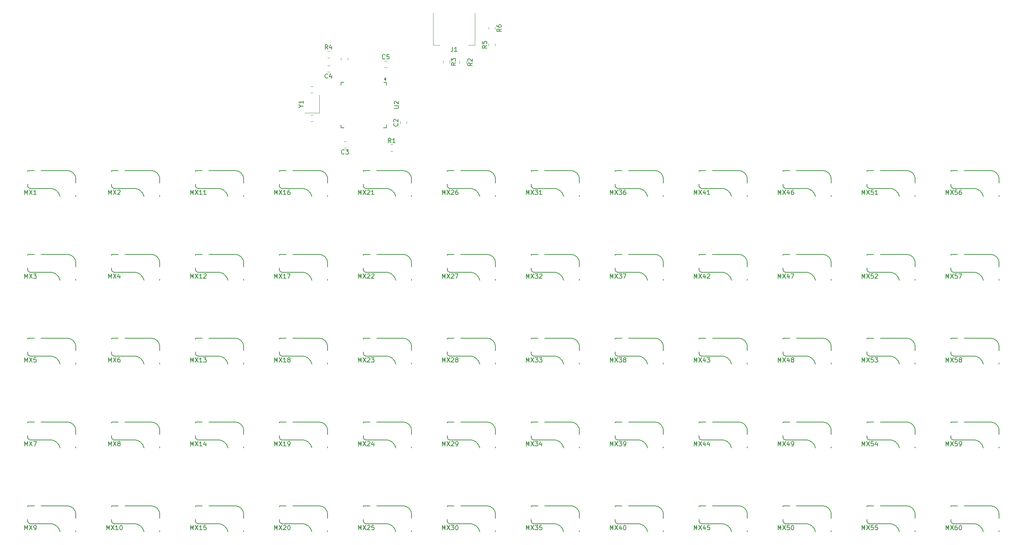
<source format=gbr>
%TF.GenerationSoftware,KiCad,Pcbnew,8.0.4*%
%TF.CreationDate,2024-09-02T18:18:05-04:00*%
%TF.ProjectId,BTKeyboardAttempt,42544b65-7962-46f6-9172-64417474656d,rev?*%
%TF.SameCoordinates,Original*%
%TF.FileFunction,Legend,Top*%
%TF.FilePolarity,Positive*%
%FSLAX46Y46*%
G04 Gerber Fmt 4.6, Leading zero omitted, Abs format (unit mm)*
G04 Created by KiCad (PCBNEW 8.0.4) date 2024-09-02 18:18:05*
%MOMM*%
%LPD*%
G01*
G04 APERTURE LIST*
%ADD10C,0.150000*%
%ADD11C,0.120000*%
G04 APERTURE END LIST*
D10*
X151004815Y-25081666D02*
X150528624Y-25414999D01*
X151004815Y-25653094D02*
X150004815Y-25653094D01*
X150004815Y-25653094D02*
X150004815Y-25272142D01*
X150004815Y-25272142D02*
X150052434Y-25176904D01*
X150052434Y-25176904D02*
X150100053Y-25129285D01*
X150100053Y-25129285D02*
X150195291Y-25081666D01*
X150195291Y-25081666D02*
X150338148Y-25081666D01*
X150338148Y-25081666D02*
X150433386Y-25129285D01*
X150433386Y-25129285D02*
X150481005Y-25176904D01*
X150481005Y-25176904D02*
X150528624Y-25272142D01*
X150528624Y-25272142D02*
X150528624Y-25653094D01*
X150004815Y-24748332D02*
X150004815Y-24129285D01*
X150004815Y-24129285D02*
X150385767Y-24462618D01*
X150385767Y-24462618D02*
X150385767Y-24319761D01*
X150385767Y-24319761D02*
X150433386Y-24224523D01*
X150433386Y-24224523D02*
X150481005Y-24176904D01*
X150481005Y-24176904D02*
X150576243Y-24129285D01*
X150576243Y-24129285D02*
X150814338Y-24129285D01*
X150814338Y-24129285D02*
X150909576Y-24176904D01*
X150909576Y-24176904D02*
X150957196Y-24224523D01*
X150957196Y-24224523D02*
X151004815Y-24319761D01*
X151004815Y-24319761D02*
X151004815Y-24605475D01*
X151004815Y-24605475D02*
X150957196Y-24700713D01*
X150957196Y-24700713D02*
X150909576Y-24748332D01*
X147975595Y-131261069D02*
X147975595Y-130261069D01*
X147975595Y-130261069D02*
X148308928Y-130975354D01*
X148308928Y-130975354D02*
X148642261Y-130261069D01*
X148642261Y-130261069D02*
X148642261Y-131261069D01*
X149023214Y-130261069D02*
X149689880Y-131261069D01*
X149689880Y-130261069D02*
X149023214Y-131261069D01*
X149975595Y-130261069D02*
X150594642Y-130261069D01*
X150594642Y-130261069D02*
X150261309Y-130642021D01*
X150261309Y-130642021D02*
X150404166Y-130642021D01*
X150404166Y-130642021D02*
X150499404Y-130689640D01*
X150499404Y-130689640D02*
X150547023Y-130737259D01*
X150547023Y-130737259D02*
X150594642Y-130832497D01*
X150594642Y-130832497D02*
X150594642Y-131070592D01*
X150594642Y-131070592D02*
X150547023Y-131165830D01*
X150547023Y-131165830D02*
X150499404Y-131213450D01*
X150499404Y-131213450D02*
X150404166Y-131261069D01*
X150404166Y-131261069D02*
X150118452Y-131261069D01*
X150118452Y-131261069D02*
X150023214Y-131213450D01*
X150023214Y-131213450D02*
X149975595Y-131165830D01*
X151213690Y-130261069D02*
X151308928Y-130261069D01*
X151308928Y-130261069D02*
X151404166Y-130308688D01*
X151404166Y-130308688D02*
X151451785Y-130356307D01*
X151451785Y-130356307D02*
X151499404Y-130451545D01*
X151499404Y-130451545D02*
X151547023Y-130642021D01*
X151547023Y-130642021D02*
X151547023Y-130880116D01*
X151547023Y-130880116D02*
X151499404Y-131070592D01*
X151499404Y-131070592D02*
X151451785Y-131165830D01*
X151451785Y-131165830D02*
X151404166Y-131213450D01*
X151404166Y-131213450D02*
X151308928Y-131261069D01*
X151308928Y-131261069D02*
X151213690Y-131261069D01*
X151213690Y-131261069D02*
X151118452Y-131213450D01*
X151118452Y-131213450D02*
X151070833Y-131165830D01*
X151070833Y-131165830D02*
X151023214Y-131070592D01*
X151023214Y-131070592D02*
X150975595Y-130880116D01*
X150975595Y-130880116D02*
X150975595Y-130642021D01*
X150975595Y-130642021D02*
X151023214Y-130451545D01*
X151023214Y-130451545D02*
X151070833Y-130356307D01*
X151070833Y-130356307D02*
X151118452Y-130308688D01*
X151118452Y-130308688D02*
X151213690Y-130261069D01*
X90825595Y-93161069D02*
X90825595Y-92161069D01*
X90825595Y-92161069D02*
X91158928Y-92875354D01*
X91158928Y-92875354D02*
X91492261Y-92161069D01*
X91492261Y-92161069D02*
X91492261Y-93161069D01*
X91873214Y-92161069D02*
X92539880Y-93161069D01*
X92539880Y-92161069D02*
X91873214Y-93161069D01*
X93444642Y-93161069D02*
X92873214Y-93161069D01*
X93158928Y-93161069D02*
X93158928Y-92161069D01*
X93158928Y-92161069D02*
X93063690Y-92303926D01*
X93063690Y-92303926D02*
X92968452Y-92399164D01*
X92968452Y-92399164D02*
X92873214Y-92446783D01*
X93777976Y-92161069D02*
X94397023Y-92161069D01*
X94397023Y-92161069D02*
X94063690Y-92542021D01*
X94063690Y-92542021D02*
X94206547Y-92542021D01*
X94206547Y-92542021D02*
X94301785Y-92589640D01*
X94301785Y-92589640D02*
X94349404Y-92637259D01*
X94349404Y-92637259D02*
X94397023Y-92732497D01*
X94397023Y-92732497D02*
X94397023Y-92970592D01*
X94397023Y-92970592D02*
X94349404Y-93065830D01*
X94349404Y-93065830D02*
X94301785Y-93113450D01*
X94301785Y-93113450D02*
X94206547Y-93161069D01*
X94206547Y-93161069D02*
X93920833Y-93161069D01*
X93920833Y-93161069D02*
X93825595Y-93113450D01*
X93825595Y-93113450D02*
X93777976Y-93065830D01*
X128925595Y-93161069D02*
X128925595Y-92161069D01*
X128925595Y-92161069D02*
X129258928Y-92875354D01*
X129258928Y-92875354D02*
X129592261Y-92161069D01*
X129592261Y-92161069D02*
X129592261Y-93161069D01*
X129973214Y-92161069D02*
X130639880Y-93161069D01*
X130639880Y-92161069D02*
X129973214Y-93161069D01*
X130973214Y-92256307D02*
X131020833Y-92208688D01*
X131020833Y-92208688D02*
X131116071Y-92161069D01*
X131116071Y-92161069D02*
X131354166Y-92161069D01*
X131354166Y-92161069D02*
X131449404Y-92208688D01*
X131449404Y-92208688D02*
X131497023Y-92256307D01*
X131497023Y-92256307D02*
X131544642Y-92351545D01*
X131544642Y-92351545D02*
X131544642Y-92446783D01*
X131544642Y-92446783D02*
X131497023Y-92589640D01*
X131497023Y-92589640D02*
X130925595Y-93161069D01*
X130925595Y-93161069D02*
X131544642Y-93161069D01*
X131877976Y-92161069D02*
X132497023Y-92161069D01*
X132497023Y-92161069D02*
X132163690Y-92542021D01*
X132163690Y-92542021D02*
X132306547Y-92542021D01*
X132306547Y-92542021D02*
X132401785Y-92589640D01*
X132401785Y-92589640D02*
X132449404Y-92637259D01*
X132449404Y-92637259D02*
X132497023Y-92732497D01*
X132497023Y-92732497D02*
X132497023Y-92970592D01*
X132497023Y-92970592D02*
X132449404Y-93065830D01*
X132449404Y-93065830D02*
X132401785Y-93113450D01*
X132401785Y-93113450D02*
X132306547Y-93161069D01*
X132306547Y-93161069D02*
X132020833Y-93161069D01*
X132020833Y-93161069D02*
X131925595Y-93113450D01*
X131925595Y-93113450D02*
X131877976Y-93065830D01*
X128925595Y-55061069D02*
X128925595Y-54061069D01*
X128925595Y-54061069D02*
X129258928Y-54775354D01*
X129258928Y-54775354D02*
X129592261Y-54061069D01*
X129592261Y-54061069D02*
X129592261Y-55061069D01*
X129973214Y-54061069D02*
X130639880Y-55061069D01*
X130639880Y-54061069D02*
X129973214Y-55061069D01*
X130973214Y-54156307D02*
X131020833Y-54108688D01*
X131020833Y-54108688D02*
X131116071Y-54061069D01*
X131116071Y-54061069D02*
X131354166Y-54061069D01*
X131354166Y-54061069D02*
X131449404Y-54108688D01*
X131449404Y-54108688D02*
X131497023Y-54156307D01*
X131497023Y-54156307D02*
X131544642Y-54251545D01*
X131544642Y-54251545D02*
X131544642Y-54346783D01*
X131544642Y-54346783D02*
X131497023Y-54489640D01*
X131497023Y-54489640D02*
X130925595Y-55061069D01*
X130925595Y-55061069D02*
X131544642Y-55061069D01*
X132497023Y-55061069D02*
X131925595Y-55061069D01*
X132211309Y-55061069D02*
X132211309Y-54061069D01*
X132211309Y-54061069D02*
X132116071Y-54203926D01*
X132116071Y-54203926D02*
X132020833Y-54299164D01*
X132020833Y-54299164D02*
X131925595Y-54346783D01*
X243225595Y-74111069D02*
X243225595Y-73111069D01*
X243225595Y-73111069D02*
X243558928Y-73825354D01*
X243558928Y-73825354D02*
X243892261Y-73111069D01*
X243892261Y-73111069D02*
X243892261Y-74111069D01*
X244273214Y-73111069D02*
X244939880Y-74111069D01*
X244939880Y-73111069D02*
X244273214Y-74111069D01*
X245797023Y-73111069D02*
X245320833Y-73111069D01*
X245320833Y-73111069D02*
X245273214Y-73587259D01*
X245273214Y-73587259D02*
X245320833Y-73539640D01*
X245320833Y-73539640D02*
X245416071Y-73492021D01*
X245416071Y-73492021D02*
X245654166Y-73492021D01*
X245654166Y-73492021D02*
X245749404Y-73539640D01*
X245749404Y-73539640D02*
X245797023Y-73587259D01*
X245797023Y-73587259D02*
X245844642Y-73682497D01*
X245844642Y-73682497D02*
X245844642Y-73920592D01*
X245844642Y-73920592D02*
X245797023Y-74015830D01*
X245797023Y-74015830D02*
X245749404Y-74063450D01*
X245749404Y-74063450D02*
X245654166Y-74111069D01*
X245654166Y-74111069D02*
X245416071Y-74111069D01*
X245416071Y-74111069D02*
X245320833Y-74063450D01*
X245320833Y-74063450D02*
X245273214Y-74015830D01*
X246225595Y-73206307D02*
X246273214Y-73158688D01*
X246273214Y-73158688D02*
X246368452Y-73111069D01*
X246368452Y-73111069D02*
X246606547Y-73111069D01*
X246606547Y-73111069D02*
X246701785Y-73158688D01*
X246701785Y-73158688D02*
X246749404Y-73206307D01*
X246749404Y-73206307D02*
X246797023Y-73301545D01*
X246797023Y-73301545D02*
X246797023Y-73396783D01*
X246797023Y-73396783D02*
X246749404Y-73539640D01*
X246749404Y-73539640D02*
X246177976Y-74111069D01*
X246177976Y-74111069D02*
X246797023Y-74111069D01*
X115928628Y-34957440D02*
X116404819Y-34957440D01*
X115404819Y-35290773D02*
X115928628Y-34957440D01*
X115928628Y-34957440D02*
X115404819Y-34624107D01*
X116404819Y-33766964D02*
X116404819Y-34338392D01*
X116404819Y-34052678D02*
X115404819Y-34052678D01*
X115404819Y-34052678D02*
X115547676Y-34147916D01*
X115547676Y-34147916D02*
X115642914Y-34243154D01*
X115642914Y-34243154D02*
X115690533Y-34338392D01*
X109875595Y-55061069D02*
X109875595Y-54061069D01*
X109875595Y-54061069D02*
X110208928Y-54775354D01*
X110208928Y-54775354D02*
X110542261Y-54061069D01*
X110542261Y-54061069D02*
X110542261Y-55061069D01*
X110923214Y-54061069D02*
X111589880Y-55061069D01*
X111589880Y-54061069D02*
X110923214Y-55061069D01*
X112494642Y-55061069D02*
X111923214Y-55061069D01*
X112208928Y-55061069D02*
X112208928Y-54061069D01*
X112208928Y-54061069D02*
X112113690Y-54203926D01*
X112113690Y-54203926D02*
X112018452Y-54299164D01*
X112018452Y-54299164D02*
X111923214Y-54346783D01*
X113351785Y-54061069D02*
X113161309Y-54061069D01*
X113161309Y-54061069D02*
X113066071Y-54108688D01*
X113066071Y-54108688D02*
X113018452Y-54156307D01*
X113018452Y-54156307D02*
X112923214Y-54299164D01*
X112923214Y-54299164D02*
X112875595Y-54489640D01*
X112875595Y-54489640D02*
X112875595Y-54870592D01*
X112875595Y-54870592D02*
X112923214Y-54965830D01*
X112923214Y-54965830D02*
X112970833Y-55013450D01*
X112970833Y-55013450D02*
X113066071Y-55061069D01*
X113066071Y-55061069D02*
X113256547Y-55061069D01*
X113256547Y-55061069D02*
X113351785Y-55013450D01*
X113351785Y-55013450D02*
X113399404Y-54965830D01*
X113399404Y-54965830D02*
X113447023Y-54870592D01*
X113447023Y-54870592D02*
X113447023Y-54632497D01*
X113447023Y-54632497D02*
X113399404Y-54537259D01*
X113399404Y-54537259D02*
X113351785Y-54489640D01*
X113351785Y-54489640D02*
X113256547Y-54442021D01*
X113256547Y-54442021D02*
X113066071Y-54442021D01*
X113066071Y-54442021D02*
X112970833Y-54489640D01*
X112970833Y-54489640D02*
X112923214Y-54537259D01*
X112923214Y-54537259D02*
X112875595Y-54632497D01*
X262275595Y-55061069D02*
X262275595Y-54061069D01*
X262275595Y-54061069D02*
X262608928Y-54775354D01*
X262608928Y-54775354D02*
X262942261Y-54061069D01*
X262942261Y-54061069D02*
X262942261Y-55061069D01*
X263323214Y-54061069D02*
X263989880Y-55061069D01*
X263989880Y-54061069D02*
X263323214Y-55061069D01*
X264847023Y-54061069D02*
X264370833Y-54061069D01*
X264370833Y-54061069D02*
X264323214Y-54537259D01*
X264323214Y-54537259D02*
X264370833Y-54489640D01*
X264370833Y-54489640D02*
X264466071Y-54442021D01*
X264466071Y-54442021D02*
X264704166Y-54442021D01*
X264704166Y-54442021D02*
X264799404Y-54489640D01*
X264799404Y-54489640D02*
X264847023Y-54537259D01*
X264847023Y-54537259D02*
X264894642Y-54632497D01*
X264894642Y-54632497D02*
X264894642Y-54870592D01*
X264894642Y-54870592D02*
X264847023Y-54965830D01*
X264847023Y-54965830D02*
X264799404Y-55013450D01*
X264799404Y-55013450D02*
X264704166Y-55061069D01*
X264704166Y-55061069D02*
X264466071Y-55061069D01*
X264466071Y-55061069D02*
X264370833Y-55013450D01*
X264370833Y-55013450D02*
X264323214Y-54965830D01*
X265751785Y-54061069D02*
X265561309Y-54061069D01*
X265561309Y-54061069D02*
X265466071Y-54108688D01*
X265466071Y-54108688D02*
X265418452Y-54156307D01*
X265418452Y-54156307D02*
X265323214Y-54299164D01*
X265323214Y-54299164D02*
X265275595Y-54489640D01*
X265275595Y-54489640D02*
X265275595Y-54870592D01*
X265275595Y-54870592D02*
X265323214Y-54965830D01*
X265323214Y-54965830D02*
X265370833Y-55013450D01*
X265370833Y-55013450D02*
X265466071Y-55061069D01*
X265466071Y-55061069D02*
X265656547Y-55061069D01*
X265656547Y-55061069D02*
X265751785Y-55013450D01*
X265751785Y-55013450D02*
X265799404Y-54965830D01*
X265799404Y-54965830D02*
X265847023Y-54870592D01*
X265847023Y-54870592D02*
X265847023Y-54632497D01*
X265847023Y-54632497D02*
X265799404Y-54537259D01*
X265799404Y-54537259D02*
X265751785Y-54489640D01*
X265751785Y-54489640D02*
X265656547Y-54442021D01*
X265656547Y-54442021D02*
X265466071Y-54442021D01*
X265466071Y-54442021D02*
X265370833Y-54489640D01*
X265370833Y-54489640D02*
X265323214Y-54537259D01*
X265323214Y-54537259D02*
X265275595Y-54632497D01*
X121983333Y-22036069D02*
X121650000Y-21559878D01*
X121411905Y-22036069D02*
X121411905Y-21036069D01*
X121411905Y-21036069D02*
X121792857Y-21036069D01*
X121792857Y-21036069D02*
X121888095Y-21083688D01*
X121888095Y-21083688D02*
X121935714Y-21131307D01*
X121935714Y-21131307D02*
X121983333Y-21226545D01*
X121983333Y-21226545D02*
X121983333Y-21369402D01*
X121983333Y-21369402D02*
X121935714Y-21464640D01*
X121935714Y-21464640D02*
X121888095Y-21512259D01*
X121888095Y-21512259D02*
X121792857Y-21559878D01*
X121792857Y-21559878D02*
X121411905Y-21559878D01*
X122840476Y-21369402D02*
X122840476Y-22036069D01*
X122602381Y-20988450D02*
X122364286Y-21702735D01*
X122364286Y-21702735D02*
X122983333Y-21702735D01*
X262275595Y-131261069D02*
X262275595Y-130261069D01*
X262275595Y-130261069D02*
X262608928Y-130975354D01*
X262608928Y-130975354D02*
X262942261Y-130261069D01*
X262942261Y-130261069D02*
X262942261Y-131261069D01*
X263323214Y-130261069D02*
X263989880Y-131261069D01*
X263989880Y-130261069D02*
X263323214Y-131261069D01*
X264799404Y-130261069D02*
X264608928Y-130261069D01*
X264608928Y-130261069D02*
X264513690Y-130308688D01*
X264513690Y-130308688D02*
X264466071Y-130356307D01*
X264466071Y-130356307D02*
X264370833Y-130499164D01*
X264370833Y-130499164D02*
X264323214Y-130689640D01*
X264323214Y-130689640D02*
X264323214Y-131070592D01*
X264323214Y-131070592D02*
X264370833Y-131165830D01*
X264370833Y-131165830D02*
X264418452Y-131213450D01*
X264418452Y-131213450D02*
X264513690Y-131261069D01*
X264513690Y-131261069D02*
X264704166Y-131261069D01*
X264704166Y-131261069D02*
X264799404Y-131213450D01*
X264799404Y-131213450D02*
X264847023Y-131165830D01*
X264847023Y-131165830D02*
X264894642Y-131070592D01*
X264894642Y-131070592D02*
X264894642Y-130832497D01*
X264894642Y-130832497D02*
X264847023Y-130737259D01*
X264847023Y-130737259D02*
X264799404Y-130689640D01*
X264799404Y-130689640D02*
X264704166Y-130642021D01*
X264704166Y-130642021D02*
X264513690Y-130642021D01*
X264513690Y-130642021D02*
X264418452Y-130689640D01*
X264418452Y-130689640D02*
X264370833Y-130737259D01*
X264370833Y-130737259D02*
X264323214Y-130832497D01*
X265513690Y-130261069D02*
X265608928Y-130261069D01*
X265608928Y-130261069D02*
X265704166Y-130308688D01*
X265704166Y-130308688D02*
X265751785Y-130356307D01*
X265751785Y-130356307D02*
X265799404Y-130451545D01*
X265799404Y-130451545D02*
X265847023Y-130642021D01*
X265847023Y-130642021D02*
X265847023Y-130880116D01*
X265847023Y-130880116D02*
X265799404Y-131070592D01*
X265799404Y-131070592D02*
X265751785Y-131165830D01*
X265751785Y-131165830D02*
X265704166Y-131213450D01*
X265704166Y-131213450D02*
X265608928Y-131261069D01*
X265608928Y-131261069D02*
X265513690Y-131261069D01*
X265513690Y-131261069D02*
X265418452Y-131213450D01*
X265418452Y-131213450D02*
X265370833Y-131165830D01*
X265370833Y-131165830D02*
X265323214Y-131070592D01*
X265323214Y-131070592D02*
X265275595Y-130880116D01*
X265275595Y-130880116D02*
X265275595Y-130642021D01*
X265275595Y-130642021D02*
X265323214Y-130451545D01*
X265323214Y-130451545D02*
X265370833Y-130356307D01*
X265370833Y-130356307D02*
X265418452Y-130308688D01*
X265418452Y-130308688D02*
X265513690Y-130261069D01*
X150316662Y-21554819D02*
X150316662Y-22269104D01*
X150316662Y-22269104D02*
X150269043Y-22411961D01*
X150269043Y-22411961D02*
X150173805Y-22507200D01*
X150173805Y-22507200D02*
X150030948Y-22554819D01*
X150030948Y-22554819D02*
X149935710Y-22554819D01*
X151316662Y-22554819D02*
X150745234Y-22554819D01*
X151030948Y-22554819D02*
X151030948Y-21554819D01*
X151030948Y-21554819D02*
X150935710Y-21697676D01*
X150935710Y-21697676D02*
X150840472Y-21792914D01*
X150840472Y-21792914D02*
X150745234Y-21840533D01*
X72251786Y-93161069D02*
X72251786Y-92161069D01*
X72251786Y-92161069D02*
X72585119Y-92875354D01*
X72585119Y-92875354D02*
X72918452Y-92161069D01*
X72918452Y-92161069D02*
X72918452Y-93161069D01*
X73299405Y-92161069D02*
X73966071Y-93161069D01*
X73966071Y-92161069D02*
X73299405Y-93161069D01*
X74775595Y-92161069D02*
X74585119Y-92161069D01*
X74585119Y-92161069D02*
X74489881Y-92208688D01*
X74489881Y-92208688D02*
X74442262Y-92256307D01*
X74442262Y-92256307D02*
X74347024Y-92399164D01*
X74347024Y-92399164D02*
X74299405Y-92589640D01*
X74299405Y-92589640D02*
X74299405Y-92970592D01*
X74299405Y-92970592D02*
X74347024Y-93065830D01*
X74347024Y-93065830D02*
X74394643Y-93113450D01*
X74394643Y-93113450D02*
X74489881Y-93161069D01*
X74489881Y-93161069D02*
X74680357Y-93161069D01*
X74680357Y-93161069D02*
X74775595Y-93113450D01*
X74775595Y-93113450D02*
X74823214Y-93065830D01*
X74823214Y-93065830D02*
X74870833Y-92970592D01*
X74870833Y-92970592D02*
X74870833Y-92732497D01*
X74870833Y-92732497D02*
X74823214Y-92637259D01*
X74823214Y-92637259D02*
X74775595Y-92589640D01*
X74775595Y-92589640D02*
X74680357Y-92542021D01*
X74680357Y-92542021D02*
X74489881Y-92542021D01*
X74489881Y-92542021D02*
X74394643Y-92589640D01*
X74394643Y-92589640D02*
X74347024Y-92637259D01*
X74347024Y-92637259D02*
X74299405Y-92732497D01*
X53201786Y-74111069D02*
X53201786Y-73111069D01*
X53201786Y-73111069D02*
X53535119Y-73825354D01*
X53535119Y-73825354D02*
X53868452Y-73111069D01*
X53868452Y-73111069D02*
X53868452Y-74111069D01*
X54249405Y-73111069D02*
X54916071Y-74111069D01*
X54916071Y-73111069D02*
X54249405Y-74111069D01*
X55201786Y-73111069D02*
X55820833Y-73111069D01*
X55820833Y-73111069D02*
X55487500Y-73492021D01*
X55487500Y-73492021D02*
X55630357Y-73492021D01*
X55630357Y-73492021D02*
X55725595Y-73539640D01*
X55725595Y-73539640D02*
X55773214Y-73587259D01*
X55773214Y-73587259D02*
X55820833Y-73682497D01*
X55820833Y-73682497D02*
X55820833Y-73920592D01*
X55820833Y-73920592D02*
X55773214Y-74015830D01*
X55773214Y-74015830D02*
X55725595Y-74063450D01*
X55725595Y-74063450D02*
X55630357Y-74111069D01*
X55630357Y-74111069D02*
X55344643Y-74111069D01*
X55344643Y-74111069D02*
X55249405Y-74063450D01*
X55249405Y-74063450D02*
X55201786Y-74015830D01*
X205125595Y-74111069D02*
X205125595Y-73111069D01*
X205125595Y-73111069D02*
X205458928Y-73825354D01*
X205458928Y-73825354D02*
X205792261Y-73111069D01*
X205792261Y-73111069D02*
X205792261Y-74111069D01*
X206173214Y-73111069D02*
X206839880Y-74111069D01*
X206839880Y-73111069D02*
X206173214Y-74111069D01*
X207649404Y-73444402D02*
X207649404Y-74111069D01*
X207411309Y-73063450D02*
X207173214Y-73777735D01*
X207173214Y-73777735D02*
X207792261Y-73777735D01*
X208125595Y-73206307D02*
X208173214Y-73158688D01*
X208173214Y-73158688D02*
X208268452Y-73111069D01*
X208268452Y-73111069D02*
X208506547Y-73111069D01*
X208506547Y-73111069D02*
X208601785Y-73158688D01*
X208601785Y-73158688D02*
X208649404Y-73206307D01*
X208649404Y-73206307D02*
X208697023Y-73301545D01*
X208697023Y-73301545D02*
X208697023Y-73396783D01*
X208697023Y-73396783D02*
X208649404Y-73539640D01*
X208649404Y-73539640D02*
X208077976Y-74111069D01*
X208077976Y-74111069D02*
X208697023Y-74111069D01*
X205125595Y-131261069D02*
X205125595Y-130261069D01*
X205125595Y-130261069D02*
X205458928Y-130975354D01*
X205458928Y-130975354D02*
X205792261Y-130261069D01*
X205792261Y-130261069D02*
X205792261Y-131261069D01*
X206173214Y-130261069D02*
X206839880Y-131261069D01*
X206839880Y-130261069D02*
X206173214Y-131261069D01*
X207649404Y-130594402D02*
X207649404Y-131261069D01*
X207411309Y-130213450D02*
X207173214Y-130927735D01*
X207173214Y-130927735D02*
X207792261Y-130927735D01*
X208649404Y-130261069D02*
X208173214Y-130261069D01*
X208173214Y-130261069D02*
X208125595Y-130737259D01*
X208125595Y-130737259D02*
X208173214Y-130689640D01*
X208173214Y-130689640D02*
X208268452Y-130642021D01*
X208268452Y-130642021D02*
X208506547Y-130642021D01*
X208506547Y-130642021D02*
X208601785Y-130689640D01*
X208601785Y-130689640D02*
X208649404Y-130737259D01*
X208649404Y-130737259D02*
X208697023Y-130832497D01*
X208697023Y-130832497D02*
X208697023Y-131070592D01*
X208697023Y-131070592D02*
X208649404Y-131165830D01*
X208649404Y-131165830D02*
X208601785Y-131213450D01*
X208601785Y-131213450D02*
X208506547Y-131261069D01*
X208506547Y-131261069D02*
X208268452Y-131261069D01*
X208268452Y-131261069D02*
X208173214Y-131213450D01*
X208173214Y-131213450D02*
X208125595Y-131165830D01*
X72251786Y-112211069D02*
X72251786Y-111211069D01*
X72251786Y-111211069D02*
X72585119Y-111925354D01*
X72585119Y-111925354D02*
X72918452Y-111211069D01*
X72918452Y-111211069D02*
X72918452Y-112211069D01*
X73299405Y-111211069D02*
X73966071Y-112211069D01*
X73966071Y-111211069D02*
X73299405Y-112211069D01*
X74489881Y-111639640D02*
X74394643Y-111592021D01*
X74394643Y-111592021D02*
X74347024Y-111544402D01*
X74347024Y-111544402D02*
X74299405Y-111449164D01*
X74299405Y-111449164D02*
X74299405Y-111401545D01*
X74299405Y-111401545D02*
X74347024Y-111306307D01*
X74347024Y-111306307D02*
X74394643Y-111258688D01*
X74394643Y-111258688D02*
X74489881Y-111211069D01*
X74489881Y-111211069D02*
X74680357Y-111211069D01*
X74680357Y-111211069D02*
X74775595Y-111258688D01*
X74775595Y-111258688D02*
X74823214Y-111306307D01*
X74823214Y-111306307D02*
X74870833Y-111401545D01*
X74870833Y-111401545D02*
X74870833Y-111449164D01*
X74870833Y-111449164D02*
X74823214Y-111544402D01*
X74823214Y-111544402D02*
X74775595Y-111592021D01*
X74775595Y-111592021D02*
X74680357Y-111639640D01*
X74680357Y-111639640D02*
X74489881Y-111639640D01*
X74489881Y-111639640D02*
X74394643Y-111687259D01*
X74394643Y-111687259D02*
X74347024Y-111734878D01*
X74347024Y-111734878D02*
X74299405Y-111830116D01*
X74299405Y-111830116D02*
X74299405Y-112020592D01*
X74299405Y-112020592D02*
X74347024Y-112115830D01*
X74347024Y-112115830D02*
X74394643Y-112163450D01*
X74394643Y-112163450D02*
X74489881Y-112211069D01*
X74489881Y-112211069D02*
X74680357Y-112211069D01*
X74680357Y-112211069D02*
X74775595Y-112163450D01*
X74775595Y-112163450D02*
X74823214Y-112115830D01*
X74823214Y-112115830D02*
X74870833Y-112020592D01*
X74870833Y-112020592D02*
X74870833Y-111830116D01*
X74870833Y-111830116D02*
X74823214Y-111734878D01*
X74823214Y-111734878D02*
X74775595Y-111687259D01*
X74775595Y-111687259D02*
X74680357Y-111639640D01*
X167025595Y-131261069D02*
X167025595Y-130261069D01*
X167025595Y-130261069D02*
X167358928Y-130975354D01*
X167358928Y-130975354D02*
X167692261Y-130261069D01*
X167692261Y-130261069D02*
X167692261Y-131261069D01*
X168073214Y-130261069D02*
X168739880Y-131261069D01*
X168739880Y-130261069D02*
X168073214Y-131261069D01*
X169025595Y-130261069D02*
X169644642Y-130261069D01*
X169644642Y-130261069D02*
X169311309Y-130642021D01*
X169311309Y-130642021D02*
X169454166Y-130642021D01*
X169454166Y-130642021D02*
X169549404Y-130689640D01*
X169549404Y-130689640D02*
X169597023Y-130737259D01*
X169597023Y-130737259D02*
X169644642Y-130832497D01*
X169644642Y-130832497D02*
X169644642Y-131070592D01*
X169644642Y-131070592D02*
X169597023Y-131165830D01*
X169597023Y-131165830D02*
X169549404Y-131213450D01*
X169549404Y-131213450D02*
X169454166Y-131261069D01*
X169454166Y-131261069D02*
X169168452Y-131261069D01*
X169168452Y-131261069D02*
X169073214Y-131213450D01*
X169073214Y-131213450D02*
X169025595Y-131165830D01*
X170549404Y-130261069D02*
X170073214Y-130261069D01*
X170073214Y-130261069D02*
X170025595Y-130737259D01*
X170025595Y-130737259D02*
X170073214Y-130689640D01*
X170073214Y-130689640D02*
X170168452Y-130642021D01*
X170168452Y-130642021D02*
X170406547Y-130642021D01*
X170406547Y-130642021D02*
X170501785Y-130689640D01*
X170501785Y-130689640D02*
X170549404Y-130737259D01*
X170549404Y-130737259D02*
X170597023Y-130832497D01*
X170597023Y-130832497D02*
X170597023Y-131070592D01*
X170597023Y-131070592D02*
X170549404Y-131165830D01*
X170549404Y-131165830D02*
X170501785Y-131213450D01*
X170501785Y-131213450D02*
X170406547Y-131261069D01*
X170406547Y-131261069D02*
X170168452Y-131261069D01*
X170168452Y-131261069D02*
X170073214Y-131213450D01*
X170073214Y-131213450D02*
X170025595Y-131165830D01*
X186075595Y-55061069D02*
X186075595Y-54061069D01*
X186075595Y-54061069D02*
X186408928Y-54775354D01*
X186408928Y-54775354D02*
X186742261Y-54061069D01*
X186742261Y-54061069D02*
X186742261Y-55061069D01*
X187123214Y-54061069D02*
X187789880Y-55061069D01*
X187789880Y-54061069D02*
X187123214Y-55061069D01*
X188075595Y-54061069D02*
X188694642Y-54061069D01*
X188694642Y-54061069D02*
X188361309Y-54442021D01*
X188361309Y-54442021D02*
X188504166Y-54442021D01*
X188504166Y-54442021D02*
X188599404Y-54489640D01*
X188599404Y-54489640D02*
X188647023Y-54537259D01*
X188647023Y-54537259D02*
X188694642Y-54632497D01*
X188694642Y-54632497D02*
X188694642Y-54870592D01*
X188694642Y-54870592D02*
X188647023Y-54965830D01*
X188647023Y-54965830D02*
X188599404Y-55013450D01*
X188599404Y-55013450D02*
X188504166Y-55061069D01*
X188504166Y-55061069D02*
X188218452Y-55061069D01*
X188218452Y-55061069D02*
X188123214Y-55013450D01*
X188123214Y-55013450D02*
X188075595Y-54965830D01*
X189551785Y-54061069D02*
X189361309Y-54061069D01*
X189361309Y-54061069D02*
X189266071Y-54108688D01*
X189266071Y-54108688D02*
X189218452Y-54156307D01*
X189218452Y-54156307D02*
X189123214Y-54299164D01*
X189123214Y-54299164D02*
X189075595Y-54489640D01*
X189075595Y-54489640D02*
X189075595Y-54870592D01*
X189075595Y-54870592D02*
X189123214Y-54965830D01*
X189123214Y-54965830D02*
X189170833Y-55013450D01*
X189170833Y-55013450D02*
X189266071Y-55061069D01*
X189266071Y-55061069D02*
X189456547Y-55061069D01*
X189456547Y-55061069D02*
X189551785Y-55013450D01*
X189551785Y-55013450D02*
X189599404Y-54965830D01*
X189599404Y-54965830D02*
X189647023Y-54870592D01*
X189647023Y-54870592D02*
X189647023Y-54632497D01*
X189647023Y-54632497D02*
X189599404Y-54537259D01*
X189599404Y-54537259D02*
X189551785Y-54489640D01*
X189551785Y-54489640D02*
X189456547Y-54442021D01*
X189456547Y-54442021D02*
X189266071Y-54442021D01*
X189266071Y-54442021D02*
X189170833Y-54489640D01*
X189170833Y-54489640D02*
X189123214Y-54537259D01*
X189123214Y-54537259D02*
X189075595Y-54632497D01*
X53201786Y-55061069D02*
X53201786Y-54061069D01*
X53201786Y-54061069D02*
X53535119Y-54775354D01*
X53535119Y-54775354D02*
X53868452Y-54061069D01*
X53868452Y-54061069D02*
X53868452Y-55061069D01*
X54249405Y-54061069D02*
X54916071Y-55061069D01*
X54916071Y-54061069D02*
X54249405Y-55061069D01*
X55820833Y-55061069D02*
X55249405Y-55061069D01*
X55535119Y-55061069D02*
X55535119Y-54061069D01*
X55535119Y-54061069D02*
X55439881Y-54203926D01*
X55439881Y-54203926D02*
X55344643Y-54299164D01*
X55344643Y-54299164D02*
X55249405Y-54346783D01*
X243225595Y-131261069D02*
X243225595Y-130261069D01*
X243225595Y-130261069D02*
X243558928Y-130975354D01*
X243558928Y-130975354D02*
X243892261Y-130261069D01*
X243892261Y-130261069D02*
X243892261Y-131261069D01*
X244273214Y-130261069D02*
X244939880Y-131261069D01*
X244939880Y-130261069D02*
X244273214Y-131261069D01*
X245797023Y-130261069D02*
X245320833Y-130261069D01*
X245320833Y-130261069D02*
X245273214Y-130737259D01*
X245273214Y-130737259D02*
X245320833Y-130689640D01*
X245320833Y-130689640D02*
X245416071Y-130642021D01*
X245416071Y-130642021D02*
X245654166Y-130642021D01*
X245654166Y-130642021D02*
X245749404Y-130689640D01*
X245749404Y-130689640D02*
X245797023Y-130737259D01*
X245797023Y-130737259D02*
X245844642Y-130832497D01*
X245844642Y-130832497D02*
X245844642Y-131070592D01*
X245844642Y-131070592D02*
X245797023Y-131165830D01*
X245797023Y-131165830D02*
X245749404Y-131213450D01*
X245749404Y-131213450D02*
X245654166Y-131261069D01*
X245654166Y-131261069D02*
X245416071Y-131261069D01*
X245416071Y-131261069D02*
X245320833Y-131213450D01*
X245320833Y-131213450D02*
X245273214Y-131165830D01*
X246749404Y-130261069D02*
X246273214Y-130261069D01*
X246273214Y-130261069D02*
X246225595Y-130737259D01*
X246225595Y-130737259D02*
X246273214Y-130689640D01*
X246273214Y-130689640D02*
X246368452Y-130642021D01*
X246368452Y-130642021D02*
X246606547Y-130642021D01*
X246606547Y-130642021D02*
X246701785Y-130689640D01*
X246701785Y-130689640D02*
X246749404Y-130737259D01*
X246749404Y-130737259D02*
X246797023Y-130832497D01*
X246797023Y-130832497D02*
X246797023Y-131070592D01*
X246797023Y-131070592D02*
X246749404Y-131165830D01*
X246749404Y-131165830D02*
X246701785Y-131213450D01*
X246701785Y-131213450D02*
X246606547Y-131261069D01*
X246606547Y-131261069D02*
X246368452Y-131261069D01*
X246368452Y-131261069D02*
X246273214Y-131213450D01*
X246273214Y-131213450D02*
X246225595Y-131165830D01*
X53201786Y-131261069D02*
X53201786Y-130261069D01*
X53201786Y-130261069D02*
X53535119Y-130975354D01*
X53535119Y-130975354D02*
X53868452Y-130261069D01*
X53868452Y-130261069D02*
X53868452Y-131261069D01*
X54249405Y-130261069D02*
X54916071Y-131261069D01*
X54916071Y-130261069D02*
X54249405Y-131261069D01*
X55344643Y-131261069D02*
X55535119Y-131261069D01*
X55535119Y-131261069D02*
X55630357Y-131213450D01*
X55630357Y-131213450D02*
X55677976Y-131165830D01*
X55677976Y-131165830D02*
X55773214Y-131022973D01*
X55773214Y-131022973D02*
X55820833Y-130832497D01*
X55820833Y-130832497D02*
X55820833Y-130451545D01*
X55820833Y-130451545D02*
X55773214Y-130356307D01*
X55773214Y-130356307D02*
X55725595Y-130308688D01*
X55725595Y-130308688D02*
X55630357Y-130261069D01*
X55630357Y-130261069D02*
X55439881Y-130261069D01*
X55439881Y-130261069D02*
X55344643Y-130308688D01*
X55344643Y-130308688D02*
X55297024Y-130356307D01*
X55297024Y-130356307D02*
X55249405Y-130451545D01*
X55249405Y-130451545D02*
X55249405Y-130689640D01*
X55249405Y-130689640D02*
X55297024Y-130784878D01*
X55297024Y-130784878D02*
X55344643Y-130832497D01*
X55344643Y-130832497D02*
X55439881Y-130880116D01*
X55439881Y-130880116D02*
X55630357Y-130880116D01*
X55630357Y-130880116D02*
X55725595Y-130832497D01*
X55725595Y-130832497D02*
X55773214Y-130784878D01*
X55773214Y-130784878D02*
X55820833Y-130689640D01*
X186075595Y-112211069D02*
X186075595Y-111211069D01*
X186075595Y-111211069D02*
X186408928Y-111925354D01*
X186408928Y-111925354D02*
X186742261Y-111211069D01*
X186742261Y-111211069D02*
X186742261Y-112211069D01*
X187123214Y-111211069D02*
X187789880Y-112211069D01*
X187789880Y-111211069D02*
X187123214Y-112211069D01*
X188075595Y-111211069D02*
X188694642Y-111211069D01*
X188694642Y-111211069D02*
X188361309Y-111592021D01*
X188361309Y-111592021D02*
X188504166Y-111592021D01*
X188504166Y-111592021D02*
X188599404Y-111639640D01*
X188599404Y-111639640D02*
X188647023Y-111687259D01*
X188647023Y-111687259D02*
X188694642Y-111782497D01*
X188694642Y-111782497D02*
X188694642Y-112020592D01*
X188694642Y-112020592D02*
X188647023Y-112115830D01*
X188647023Y-112115830D02*
X188599404Y-112163450D01*
X188599404Y-112163450D02*
X188504166Y-112211069D01*
X188504166Y-112211069D02*
X188218452Y-112211069D01*
X188218452Y-112211069D02*
X188123214Y-112163450D01*
X188123214Y-112163450D02*
X188075595Y-112115830D01*
X189170833Y-112211069D02*
X189361309Y-112211069D01*
X189361309Y-112211069D02*
X189456547Y-112163450D01*
X189456547Y-112163450D02*
X189504166Y-112115830D01*
X189504166Y-112115830D02*
X189599404Y-111972973D01*
X189599404Y-111972973D02*
X189647023Y-111782497D01*
X189647023Y-111782497D02*
X189647023Y-111401545D01*
X189647023Y-111401545D02*
X189599404Y-111306307D01*
X189599404Y-111306307D02*
X189551785Y-111258688D01*
X189551785Y-111258688D02*
X189456547Y-111211069D01*
X189456547Y-111211069D02*
X189266071Y-111211069D01*
X189266071Y-111211069D02*
X189170833Y-111258688D01*
X189170833Y-111258688D02*
X189123214Y-111306307D01*
X189123214Y-111306307D02*
X189075595Y-111401545D01*
X189075595Y-111401545D02*
X189075595Y-111639640D01*
X189075595Y-111639640D02*
X189123214Y-111734878D01*
X189123214Y-111734878D02*
X189170833Y-111782497D01*
X189170833Y-111782497D02*
X189266071Y-111830116D01*
X189266071Y-111830116D02*
X189456547Y-111830116D01*
X189456547Y-111830116D02*
X189551785Y-111782497D01*
X189551785Y-111782497D02*
X189599404Y-111734878D01*
X189599404Y-111734878D02*
X189647023Y-111639640D01*
X90825595Y-55061069D02*
X90825595Y-54061069D01*
X90825595Y-54061069D02*
X91158928Y-54775354D01*
X91158928Y-54775354D02*
X91492261Y-54061069D01*
X91492261Y-54061069D02*
X91492261Y-55061069D01*
X91873214Y-54061069D02*
X92539880Y-55061069D01*
X92539880Y-54061069D02*
X91873214Y-55061069D01*
X93444642Y-55061069D02*
X92873214Y-55061069D01*
X93158928Y-55061069D02*
X93158928Y-54061069D01*
X93158928Y-54061069D02*
X93063690Y-54203926D01*
X93063690Y-54203926D02*
X92968452Y-54299164D01*
X92968452Y-54299164D02*
X92873214Y-54346783D01*
X94397023Y-55061069D02*
X93825595Y-55061069D01*
X94111309Y-55061069D02*
X94111309Y-54061069D01*
X94111309Y-54061069D02*
X94016071Y-54203926D01*
X94016071Y-54203926D02*
X93920833Y-54299164D01*
X93920833Y-54299164D02*
X93825595Y-54346783D01*
X128925595Y-112211069D02*
X128925595Y-111211069D01*
X128925595Y-111211069D02*
X129258928Y-111925354D01*
X129258928Y-111925354D02*
X129592261Y-111211069D01*
X129592261Y-111211069D02*
X129592261Y-112211069D01*
X129973214Y-111211069D02*
X130639880Y-112211069D01*
X130639880Y-111211069D02*
X129973214Y-112211069D01*
X130973214Y-111306307D02*
X131020833Y-111258688D01*
X131020833Y-111258688D02*
X131116071Y-111211069D01*
X131116071Y-111211069D02*
X131354166Y-111211069D01*
X131354166Y-111211069D02*
X131449404Y-111258688D01*
X131449404Y-111258688D02*
X131497023Y-111306307D01*
X131497023Y-111306307D02*
X131544642Y-111401545D01*
X131544642Y-111401545D02*
X131544642Y-111496783D01*
X131544642Y-111496783D02*
X131497023Y-111639640D01*
X131497023Y-111639640D02*
X130925595Y-112211069D01*
X130925595Y-112211069D02*
X131544642Y-112211069D01*
X132401785Y-111544402D02*
X132401785Y-112211069D01*
X132163690Y-111163450D02*
X131925595Y-111877735D01*
X131925595Y-111877735D02*
X132544642Y-111877735D01*
X186075595Y-74111069D02*
X186075595Y-73111069D01*
X186075595Y-73111069D02*
X186408928Y-73825354D01*
X186408928Y-73825354D02*
X186742261Y-73111069D01*
X186742261Y-73111069D02*
X186742261Y-74111069D01*
X187123214Y-73111069D02*
X187789880Y-74111069D01*
X187789880Y-73111069D02*
X187123214Y-74111069D01*
X188075595Y-73111069D02*
X188694642Y-73111069D01*
X188694642Y-73111069D02*
X188361309Y-73492021D01*
X188361309Y-73492021D02*
X188504166Y-73492021D01*
X188504166Y-73492021D02*
X188599404Y-73539640D01*
X188599404Y-73539640D02*
X188647023Y-73587259D01*
X188647023Y-73587259D02*
X188694642Y-73682497D01*
X188694642Y-73682497D02*
X188694642Y-73920592D01*
X188694642Y-73920592D02*
X188647023Y-74015830D01*
X188647023Y-74015830D02*
X188599404Y-74063450D01*
X188599404Y-74063450D02*
X188504166Y-74111069D01*
X188504166Y-74111069D02*
X188218452Y-74111069D01*
X188218452Y-74111069D02*
X188123214Y-74063450D01*
X188123214Y-74063450D02*
X188075595Y-74015830D01*
X189027976Y-73111069D02*
X189694642Y-73111069D01*
X189694642Y-73111069D02*
X189266071Y-74111069D01*
X167025595Y-74111069D02*
X167025595Y-73111069D01*
X167025595Y-73111069D02*
X167358928Y-73825354D01*
X167358928Y-73825354D02*
X167692261Y-73111069D01*
X167692261Y-73111069D02*
X167692261Y-74111069D01*
X168073214Y-73111069D02*
X168739880Y-74111069D01*
X168739880Y-73111069D02*
X168073214Y-74111069D01*
X169025595Y-73111069D02*
X169644642Y-73111069D01*
X169644642Y-73111069D02*
X169311309Y-73492021D01*
X169311309Y-73492021D02*
X169454166Y-73492021D01*
X169454166Y-73492021D02*
X169549404Y-73539640D01*
X169549404Y-73539640D02*
X169597023Y-73587259D01*
X169597023Y-73587259D02*
X169644642Y-73682497D01*
X169644642Y-73682497D02*
X169644642Y-73920592D01*
X169644642Y-73920592D02*
X169597023Y-74015830D01*
X169597023Y-74015830D02*
X169549404Y-74063450D01*
X169549404Y-74063450D02*
X169454166Y-74111069D01*
X169454166Y-74111069D02*
X169168452Y-74111069D01*
X169168452Y-74111069D02*
X169073214Y-74063450D01*
X169073214Y-74063450D02*
X169025595Y-74015830D01*
X170025595Y-73206307D02*
X170073214Y-73158688D01*
X170073214Y-73158688D02*
X170168452Y-73111069D01*
X170168452Y-73111069D02*
X170406547Y-73111069D01*
X170406547Y-73111069D02*
X170501785Y-73158688D01*
X170501785Y-73158688D02*
X170549404Y-73206307D01*
X170549404Y-73206307D02*
X170597023Y-73301545D01*
X170597023Y-73301545D02*
X170597023Y-73396783D01*
X170597023Y-73396783D02*
X170549404Y-73539640D01*
X170549404Y-73539640D02*
X169977976Y-74111069D01*
X169977976Y-74111069D02*
X170597023Y-74111069D01*
X109875595Y-131261069D02*
X109875595Y-130261069D01*
X109875595Y-130261069D02*
X110208928Y-130975354D01*
X110208928Y-130975354D02*
X110542261Y-130261069D01*
X110542261Y-130261069D02*
X110542261Y-131261069D01*
X110923214Y-130261069D02*
X111589880Y-131261069D01*
X111589880Y-130261069D02*
X110923214Y-131261069D01*
X111923214Y-130356307D02*
X111970833Y-130308688D01*
X111970833Y-130308688D02*
X112066071Y-130261069D01*
X112066071Y-130261069D02*
X112304166Y-130261069D01*
X112304166Y-130261069D02*
X112399404Y-130308688D01*
X112399404Y-130308688D02*
X112447023Y-130356307D01*
X112447023Y-130356307D02*
X112494642Y-130451545D01*
X112494642Y-130451545D02*
X112494642Y-130546783D01*
X112494642Y-130546783D02*
X112447023Y-130689640D01*
X112447023Y-130689640D02*
X111875595Y-131261069D01*
X111875595Y-131261069D02*
X112494642Y-131261069D01*
X113113690Y-130261069D02*
X113208928Y-130261069D01*
X113208928Y-130261069D02*
X113304166Y-130308688D01*
X113304166Y-130308688D02*
X113351785Y-130356307D01*
X113351785Y-130356307D02*
X113399404Y-130451545D01*
X113399404Y-130451545D02*
X113447023Y-130642021D01*
X113447023Y-130642021D02*
X113447023Y-130880116D01*
X113447023Y-130880116D02*
X113399404Y-131070592D01*
X113399404Y-131070592D02*
X113351785Y-131165830D01*
X113351785Y-131165830D02*
X113304166Y-131213450D01*
X113304166Y-131213450D02*
X113208928Y-131261069D01*
X113208928Y-131261069D02*
X113113690Y-131261069D01*
X113113690Y-131261069D02*
X113018452Y-131213450D01*
X113018452Y-131213450D02*
X112970833Y-131165830D01*
X112970833Y-131165830D02*
X112923214Y-131070592D01*
X112923214Y-131070592D02*
X112875595Y-130880116D01*
X112875595Y-130880116D02*
X112875595Y-130642021D01*
X112875595Y-130642021D02*
X112923214Y-130451545D01*
X112923214Y-130451545D02*
X112970833Y-130356307D01*
X112970833Y-130356307D02*
X113018452Y-130308688D01*
X113018452Y-130308688D02*
X113113690Y-130261069D01*
X161354819Y-17416666D02*
X160878628Y-17749999D01*
X161354819Y-17988094D02*
X160354819Y-17988094D01*
X160354819Y-17988094D02*
X160354819Y-17607142D01*
X160354819Y-17607142D02*
X160402438Y-17511904D01*
X160402438Y-17511904D02*
X160450057Y-17464285D01*
X160450057Y-17464285D02*
X160545295Y-17416666D01*
X160545295Y-17416666D02*
X160688152Y-17416666D01*
X160688152Y-17416666D02*
X160783390Y-17464285D01*
X160783390Y-17464285D02*
X160831009Y-17511904D01*
X160831009Y-17511904D02*
X160878628Y-17607142D01*
X160878628Y-17607142D02*
X160878628Y-17988094D01*
X160354819Y-16559523D02*
X160354819Y-16749999D01*
X160354819Y-16749999D02*
X160402438Y-16845237D01*
X160402438Y-16845237D02*
X160450057Y-16892856D01*
X160450057Y-16892856D02*
X160592914Y-16988094D01*
X160592914Y-16988094D02*
X160783390Y-17035713D01*
X160783390Y-17035713D02*
X161164342Y-17035713D01*
X161164342Y-17035713D02*
X161259580Y-16988094D01*
X161259580Y-16988094D02*
X161307200Y-16940475D01*
X161307200Y-16940475D02*
X161354819Y-16845237D01*
X161354819Y-16845237D02*
X161354819Y-16654761D01*
X161354819Y-16654761D02*
X161307200Y-16559523D01*
X161307200Y-16559523D02*
X161259580Y-16511904D01*
X161259580Y-16511904D02*
X161164342Y-16464285D01*
X161164342Y-16464285D02*
X160926247Y-16464285D01*
X160926247Y-16464285D02*
X160831009Y-16511904D01*
X160831009Y-16511904D02*
X160783390Y-16559523D01*
X160783390Y-16559523D02*
X160735771Y-16654761D01*
X160735771Y-16654761D02*
X160735771Y-16845237D01*
X160735771Y-16845237D02*
X160783390Y-16940475D01*
X160783390Y-16940475D02*
X160831009Y-16988094D01*
X160831009Y-16988094D02*
X160926247Y-17035713D01*
X224175595Y-93161069D02*
X224175595Y-92161069D01*
X224175595Y-92161069D02*
X224508928Y-92875354D01*
X224508928Y-92875354D02*
X224842261Y-92161069D01*
X224842261Y-92161069D02*
X224842261Y-93161069D01*
X225223214Y-92161069D02*
X225889880Y-93161069D01*
X225889880Y-92161069D02*
X225223214Y-93161069D01*
X226699404Y-92494402D02*
X226699404Y-93161069D01*
X226461309Y-92113450D02*
X226223214Y-92827735D01*
X226223214Y-92827735D02*
X226842261Y-92827735D01*
X227366071Y-92589640D02*
X227270833Y-92542021D01*
X227270833Y-92542021D02*
X227223214Y-92494402D01*
X227223214Y-92494402D02*
X227175595Y-92399164D01*
X227175595Y-92399164D02*
X227175595Y-92351545D01*
X227175595Y-92351545D02*
X227223214Y-92256307D01*
X227223214Y-92256307D02*
X227270833Y-92208688D01*
X227270833Y-92208688D02*
X227366071Y-92161069D01*
X227366071Y-92161069D02*
X227556547Y-92161069D01*
X227556547Y-92161069D02*
X227651785Y-92208688D01*
X227651785Y-92208688D02*
X227699404Y-92256307D01*
X227699404Y-92256307D02*
X227747023Y-92351545D01*
X227747023Y-92351545D02*
X227747023Y-92399164D01*
X227747023Y-92399164D02*
X227699404Y-92494402D01*
X227699404Y-92494402D02*
X227651785Y-92542021D01*
X227651785Y-92542021D02*
X227556547Y-92589640D01*
X227556547Y-92589640D02*
X227366071Y-92589640D01*
X227366071Y-92589640D02*
X227270833Y-92637259D01*
X227270833Y-92637259D02*
X227223214Y-92684878D01*
X227223214Y-92684878D02*
X227175595Y-92780116D01*
X227175595Y-92780116D02*
X227175595Y-92970592D01*
X227175595Y-92970592D02*
X227223214Y-93065830D01*
X227223214Y-93065830D02*
X227270833Y-93113450D01*
X227270833Y-93113450D02*
X227366071Y-93161069D01*
X227366071Y-93161069D02*
X227556547Y-93161069D01*
X227556547Y-93161069D02*
X227651785Y-93113450D01*
X227651785Y-93113450D02*
X227699404Y-93065830D01*
X227699404Y-93065830D02*
X227747023Y-92970592D01*
X227747023Y-92970592D02*
X227747023Y-92780116D01*
X227747023Y-92780116D02*
X227699404Y-92684878D01*
X227699404Y-92684878D02*
X227651785Y-92637259D01*
X227651785Y-92637259D02*
X227556547Y-92589640D01*
X167025595Y-93161069D02*
X167025595Y-92161069D01*
X167025595Y-92161069D02*
X167358928Y-92875354D01*
X167358928Y-92875354D02*
X167692261Y-92161069D01*
X167692261Y-92161069D02*
X167692261Y-93161069D01*
X168073214Y-92161069D02*
X168739880Y-93161069D01*
X168739880Y-92161069D02*
X168073214Y-93161069D01*
X169025595Y-92161069D02*
X169644642Y-92161069D01*
X169644642Y-92161069D02*
X169311309Y-92542021D01*
X169311309Y-92542021D02*
X169454166Y-92542021D01*
X169454166Y-92542021D02*
X169549404Y-92589640D01*
X169549404Y-92589640D02*
X169597023Y-92637259D01*
X169597023Y-92637259D02*
X169644642Y-92732497D01*
X169644642Y-92732497D02*
X169644642Y-92970592D01*
X169644642Y-92970592D02*
X169597023Y-93065830D01*
X169597023Y-93065830D02*
X169549404Y-93113450D01*
X169549404Y-93113450D02*
X169454166Y-93161069D01*
X169454166Y-93161069D02*
X169168452Y-93161069D01*
X169168452Y-93161069D02*
X169073214Y-93113450D01*
X169073214Y-93113450D02*
X169025595Y-93065830D01*
X169977976Y-92161069D02*
X170597023Y-92161069D01*
X170597023Y-92161069D02*
X170263690Y-92542021D01*
X170263690Y-92542021D02*
X170406547Y-92542021D01*
X170406547Y-92542021D02*
X170501785Y-92589640D01*
X170501785Y-92589640D02*
X170549404Y-92637259D01*
X170549404Y-92637259D02*
X170597023Y-92732497D01*
X170597023Y-92732497D02*
X170597023Y-92970592D01*
X170597023Y-92970592D02*
X170549404Y-93065830D01*
X170549404Y-93065830D02*
X170501785Y-93113450D01*
X170501785Y-93113450D02*
X170406547Y-93161069D01*
X170406547Y-93161069D02*
X170120833Y-93161069D01*
X170120833Y-93161069D02*
X170025595Y-93113450D01*
X170025595Y-93113450D02*
X169977976Y-93065830D01*
X72251786Y-55061069D02*
X72251786Y-54061069D01*
X72251786Y-54061069D02*
X72585119Y-54775354D01*
X72585119Y-54775354D02*
X72918452Y-54061069D01*
X72918452Y-54061069D02*
X72918452Y-55061069D01*
X73299405Y-54061069D02*
X73966071Y-55061069D01*
X73966071Y-54061069D02*
X73299405Y-55061069D01*
X74299405Y-54156307D02*
X74347024Y-54108688D01*
X74347024Y-54108688D02*
X74442262Y-54061069D01*
X74442262Y-54061069D02*
X74680357Y-54061069D01*
X74680357Y-54061069D02*
X74775595Y-54108688D01*
X74775595Y-54108688D02*
X74823214Y-54156307D01*
X74823214Y-54156307D02*
X74870833Y-54251545D01*
X74870833Y-54251545D02*
X74870833Y-54346783D01*
X74870833Y-54346783D02*
X74823214Y-54489640D01*
X74823214Y-54489640D02*
X74251786Y-55061069D01*
X74251786Y-55061069D02*
X74870833Y-55061069D01*
X90825595Y-131261069D02*
X90825595Y-130261069D01*
X90825595Y-130261069D02*
X91158928Y-130975354D01*
X91158928Y-130975354D02*
X91492261Y-130261069D01*
X91492261Y-130261069D02*
X91492261Y-131261069D01*
X91873214Y-130261069D02*
X92539880Y-131261069D01*
X92539880Y-130261069D02*
X91873214Y-131261069D01*
X93444642Y-131261069D02*
X92873214Y-131261069D01*
X93158928Y-131261069D02*
X93158928Y-130261069D01*
X93158928Y-130261069D02*
X93063690Y-130403926D01*
X93063690Y-130403926D02*
X92968452Y-130499164D01*
X92968452Y-130499164D02*
X92873214Y-130546783D01*
X94349404Y-130261069D02*
X93873214Y-130261069D01*
X93873214Y-130261069D02*
X93825595Y-130737259D01*
X93825595Y-130737259D02*
X93873214Y-130689640D01*
X93873214Y-130689640D02*
X93968452Y-130642021D01*
X93968452Y-130642021D02*
X94206547Y-130642021D01*
X94206547Y-130642021D02*
X94301785Y-130689640D01*
X94301785Y-130689640D02*
X94349404Y-130737259D01*
X94349404Y-130737259D02*
X94397023Y-130832497D01*
X94397023Y-130832497D02*
X94397023Y-131070592D01*
X94397023Y-131070592D02*
X94349404Y-131165830D01*
X94349404Y-131165830D02*
X94301785Y-131213450D01*
X94301785Y-131213450D02*
X94206547Y-131261069D01*
X94206547Y-131261069D02*
X93968452Y-131261069D01*
X93968452Y-131261069D02*
X93873214Y-131213450D01*
X93873214Y-131213450D02*
X93825595Y-131165830D01*
X53201786Y-93161069D02*
X53201786Y-92161069D01*
X53201786Y-92161069D02*
X53535119Y-92875354D01*
X53535119Y-92875354D02*
X53868452Y-92161069D01*
X53868452Y-92161069D02*
X53868452Y-93161069D01*
X54249405Y-92161069D02*
X54916071Y-93161069D01*
X54916071Y-92161069D02*
X54249405Y-93161069D01*
X55773214Y-92161069D02*
X55297024Y-92161069D01*
X55297024Y-92161069D02*
X55249405Y-92637259D01*
X55249405Y-92637259D02*
X55297024Y-92589640D01*
X55297024Y-92589640D02*
X55392262Y-92542021D01*
X55392262Y-92542021D02*
X55630357Y-92542021D01*
X55630357Y-92542021D02*
X55725595Y-92589640D01*
X55725595Y-92589640D02*
X55773214Y-92637259D01*
X55773214Y-92637259D02*
X55820833Y-92732497D01*
X55820833Y-92732497D02*
X55820833Y-92970592D01*
X55820833Y-92970592D02*
X55773214Y-93065830D01*
X55773214Y-93065830D02*
X55725595Y-93113450D01*
X55725595Y-93113450D02*
X55630357Y-93161069D01*
X55630357Y-93161069D02*
X55392262Y-93161069D01*
X55392262Y-93161069D02*
X55297024Y-93113450D01*
X55297024Y-93113450D02*
X55249405Y-93065830D01*
X243225595Y-93161069D02*
X243225595Y-92161069D01*
X243225595Y-92161069D02*
X243558928Y-92875354D01*
X243558928Y-92875354D02*
X243892261Y-92161069D01*
X243892261Y-92161069D02*
X243892261Y-93161069D01*
X244273214Y-92161069D02*
X244939880Y-93161069D01*
X244939880Y-92161069D02*
X244273214Y-93161069D01*
X245797023Y-92161069D02*
X245320833Y-92161069D01*
X245320833Y-92161069D02*
X245273214Y-92637259D01*
X245273214Y-92637259D02*
X245320833Y-92589640D01*
X245320833Y-92589640D02*
X245416071Y-92542021D01*
X245416071Y-92542021D02*
X245654166Y-92542021D01*
X245654166Y-92542021D02*
X245749404Y-92589640D01*
X245749404Y-92589640D02*
X245797023Y-92637259D01*
X245797023Y-92637259D02*
X245844642Y-92732497D01*
X245844642Y-92732497D02*
X245844642Y-92970592D01*
X245844642Y-92970592D02*
X245797023Y-93065830D01*
X245797023Y-93065830D02*
X245749404Y-93113450D01*
X245749404Y-93113450D02*
X245654166Y-93161069D01*
X245654166Y-93161069D02*
X245416071Y-93161069D01*
X245416071Y-93161069D02*
X245320833Y-93113450D01*
X245320833Y-93113450D02*
X245273214Y-93065830D01*
X246177976Y-92161069D02*
X246797023Y-92161069D01*
X246797023Y-92161069D02*
X246463690Y-92542021D01*
X246463690Y-92542021D02*
X246606547Y-92542021D01*
X246606547Y-92542021D02*
X246701785Y-92589640D01*
X246701785Y-92589640D02*
X246749404Y-92637259D01*
X246749404Y-92637259D02*
X246797023Y-92732497D01*
X246797023Y-92732497D02*
X246797023Y-92970592D01*
X246797023Y-92970592D02*
X246749404Y-93065830D01*
X246749404Y-93065830D02*
X246701785Y-93113450D01*
X246701785Y-93113450D02*
X246606547Y-93161069D01*
X246606547Y-93161069D02*
X246320833Y-93161069D01*
X246320833Y-93161069D02*
X246225595Y-93113450D01*
X246225595Y-93113450D02*
X246177976Y-93065830D01*
X224175595Y-55061069D02*
X224175595Y-54061069D01*
X224175595Y-54061069D02*
X224508928Y-54775354D01*
X224508928Y-54775354D02*
X224842261Y-54061069D01*
X224842261Y-54061069D02*
X224842261Y-55061069D01*
X225223214Y-54061069D02*
X225889880Y-55061069D01*
X225889880Y-54061069D02*
X225223214Y-55061069D01*
X226699404Y-54394402D02*
X226699404Y-55061069D01*
X226461309Y-54013450D02*
X226223214Y-54727735D01*
X226223214Y-54727735D02*
X226842261Y-54727735D01*
X227651785Y-54061069D02*
X227461309Y-54061069D01*
X227461309Y-54061069D02*
X227366071Y-54108688D01*
X227366071Y-54108688D02*
X227318452Y-54156307D01*
X227318452Y-54156307D02*
X227223214Y-54299164D01*
X227223214Y-54299164D02*
X227175595Y-54489640D01*
X227175595Y-54489640D02*
X227175595Y-54870592D01*
X227175595Y-54870592D02*
X227223214Y-54965830D01*
X227223214Y-54965830D02*
X227270833Y-55013450D01*
X227270833Y-55013450D02*
X227366071Y-55061069D01*
X227366071Y-55061069D02*
X227556547Y-55061069D01*
X227556547Y-55061069D02*
X227651785Y-55013450D01*
X227651785Y-55013450D02*
X227699404Y-54965830D01*
X227699404Y-54965830D02*
X227747023Y-54870592D01*
X227747023Y-54870592D02*
X227747023Y-54632497D01*
X227747023Y-54632497D02*
X227699404Y-54537259D01*
X227699404Y-54537259D02*
X227651785Y-54489640D01*
X227651785Y-54489640D02*
X227556547Y-54442021D01*
X227556547Y-54442021D02*
X227366071Y-54442021D01*
X227366071Y-54442021D02*
X227270833Y-54489640D01*
X227270833Y-54489640D02*
X227223214Y-54537259D01*
X227223214Y-54537259D02*
X227175595Y-54632497D01*
X262275595Y-74111069D02*
X262275595Y-73111069D01*
X262275595Y-73111069D02*
X262608928Y-73825354D01*
X262608928Y-73825354D02*
X262942261Y-73111069D01*
X262942261Y-73111069D02*
X262942261Y-74111069D01*
X263323214Y-73111069D02*
X263989880Y-74111069D01*
X263989880Y-73111069D02*
X263323214Y-74111069D01*
X264847023Y-73111069D02*
X264370833Y-73111069D01*
X264370833Y-73111069D02*
X264323214Y-73587259D01*
X264323214Y-73587259D02*
X264370833Y-73539640D01*
X264370833Y-73539640D02*
X264466071Y-73492021D01*
X264466071Y-73492021D02*
X264704166Y-73492021D01*
X264704166Y-73492021D02*
X264799404Y-73539640D01*
X264799404Y-73539640D02*
X264847023Y-73587259D01*
X264847023Y-73587259D02*
X264894642Y-73682497D01*
X264894642Y-73682497D02*
X264894642Y-73920592D01*
X264894642Y-73920592D02*
X264847023Y-74015830D01*
X264847023Y-74015830D02*
X264799404Y-74063450D01*
X264799404Y-74063450D02*
X264704166Y-74111069D01*
X264704166Y-74111069D02*
X264466071Y-74111069D01*
X264466071Y-74111069D02*
X264370833Y-74063450D01*
X264370833Y-74063450D02*
X264323214Y-74015830D01*
X265227976Y-73111069D02*
X265894642Y-73111069D01*
X265894642Y-73111069D02*
X265466071Y-74111069D01*
X167025595Y-55061069D02*
X167025595Y-54061069D01*
X167025595Y-54061069D02*
X167358928Y-54775354D01*
X167358928Y-54775354D02*
X167692261Y-54061069D01*
X167692261Y-54061069D02*
X167692261Y-55061069D01*
X168073214Y-54061069D02*
X168739880Y-55061069D01*
X168739880Y-54061069D02*
X168073214Y-55061069D01*
X169025595Y-54061069D02*
X169644642Y-54061069D01*
X169644642Y-54061069D02*
X169311309Y-54442021D01*
X169311309Y-54442021D02*
X169454166Y-54442021D01*
X169454166Y-54442021D02*
X169549404Y-54489640D01*
X169549404Y-54489640D02*
X169597023Y-54537259D01*
X169597023Y-54537259D02*
X169644642Y-54632497D01*
X169644642Y-54632497D02*
X169644642Y-54870592D01*
X169644642Y-54870592D02*
X169597023Y-54965830D01*
X169597023Y-54965830D02*
X169549404Y-55013450D01*
X169549404Y-55013450D02*
X169454166Y-55061069D01*
X169454166Y-55061069D02*
X169168452Y-55061069D01*
X169168452Y-55061069D02*
X169073214Y-55013450D01*
X169073214Y-55013450D02*
X169025595Y-54965830D01*
X170597023Y-55061069D02*
X170025595Y-55061069D01*
X170311309Y-55061069D02*
X170311309Y-54061069D01*
X170311309Y-54061069D02*
X170216071Y-54203926D01*
X170216071Y-54203926D02*
X170120833Y-54299164D01*
X170120833Y-54299164D02*
X170025595Y-54346783D01*
X137054820Y-35461904D02*
X137864343Y-35461904D01*
X137864343Y-35461904D02*
X137959581Y-35414285D01*
X137959581Y-35414285D02*
X138007201Y-35366666D01*
X138007201Y-35366666D02*
X138054820Y-35271428D01*
X138054820Y-35271428D02*
X138054820Y-35080952D01*
X138054820Y-35080952D02*
X138007201Y-34985714D01*
X138007201Y-34985714D02*
X137959581Y-34938095D01*
X137959581Y-34938095D02*
X137864343Y-34890476D01*
X137864343Y-34890476D02*
X137054820Y-34890476D01*
X137150058Y-34461904D02*
X137102439Y-34414285D01*
X137102439Y-34414285D02*
X137054820Y-34319047D01*
X137054820Y-34319047D02*
X137054820Y-34080952D01*
X137054820Y-34080952D02*
X137102439Y-33985714D01*
X137102439Y-33985714D02*
X137150058Y-33938095D01*
X137150058Y-33938095D02*
X137245296Y-33890476D01*
X137245296Y-33890476D02*
X137340534Y-33890476D01*
X137340534Y-33890476D02*
X137483391Y-33938095D01*
X137483391Y-33938095D02*
X138054820Y-34509523D01*
X138054820Y-34509523D02*
X138054820Y-33890476D01*
X128925595Y-131261069D02*
X128925595Y-130261069D01*
X128925595Y-130261069D02*
X129258928Y-130975354D01*
X129258928Y-130975354D02*
X129592261Y-130261069D01*
X129592261Y-130261069D02*
X129592261Y-131261069D01*
X129973214Y-130261069D02*
X130639880Y-131261069D01*
X130639880Y-130261069D02*
X129973214Y-131261069D01*
X130973214Y-130356307D02*
X131020833Y-130308688D01*
X131020833Y-130308688D02*
X131116071Y-130261069D01*
X131116071Y-130261069D02*
X131354166Y-130261069D01*
X131354166Y-130261069D02*
X131449404Y-130308688D01*
X131449404Y-130308688D02*
X131497023Y-130356307D01*
X131497023Y-130356307D02*
X131544642Y-130451545D01*
X131544642Y-130451545D02*
X131544642Y-130546783D01*
X131544642Y-130546783D02*
X131497023Y-130689640D01*
X131497023Y-130689640D02*
X130925595Y-131261069D01*
X130925595Y-131261069D02*
X131544642Y-131261069D01*
X132449404Y-130261069D02*
X131973214Y-130261069D01*
X131973214Y-130261069D02*
X131925595Y-130737259D01*
X131925595Y-130737259D02*
X131973214Y-130689640D01*
X131973214Y-130689640D02*
X132068452Y-130642021D01*
X132068452Y-130642021D02*
X132306547Y-130642021D01*
X132306547Y-130642021D02*
X132401785Y-130689640D01*
X132401785Y-130689640D02*
X132449404Y-130737259D01*
X132449404Y-130737259D02*
X132497023Y-130832497D01*
X132497023Y-130832497D02*
X132497023Y-131070592D01*
X132497023Y-131070592D02*
X132449404Y-131165830D01*
X132449404Y-131165830D02*
X132401785Y-131213450D01*
X132401785Y-131213450D02*
X132306547Y-131261069D01*
X132306547Y-131261069D02*
X132068452Y-131261069D01*
X132068452Y-131261069D02*
X131973214Y-131213450D01*
X131973214Y-131213450D02*
X131925595Y-131165830D01*
X121983333Y-28520830D02*
X121935714Y-28568450D01*
X121935714Y-28568450D02*
X121792857Y-28616069D01*
X121792857Y-28616069D02*
X121697619Y-28616069D01*
X121697619Y-28616069D02*
X121554762Y-28568450D01*
X121554762Y-28568450D02*
X121459524Y-28473211D01*
X121459524Y-28473211D02*
X121411905Y-28377973D01*
X121411905Y-28377973D02*
X121364286Y-28187497D01*
X121364286Y-28187497D02*
X121364286Y-28044640D01*
X121364286Y-28044640D02*
X121411905Y-27854164D01*
X121411905Y-27854164D02*
X121459524Y-27758926D01*
X121459524Y-27758926D02*
X121554762Y-27663688D01*
X121554762Y-27663688D02*
X121697619Y-27616069D01*
X121697619Y-27616069D02*
X121792857Y-27616069D01*
X121792857Y-27616069D02*
X121935714Y-27663688D01*
X121935714Y-27663688D02*
X121983333Y-27711307D01*
X122840476Y-27949402D02*
X122840476Y-28616069D01*
X122602381Y-27568450D02*
X122364286Y-28282735D01*
X122364286Y-28282735D02*
X122983333Y-28282735D01*
X205125595Y-55061069D02*
X205125595Y-54061069D01*
X205125595Y-54061069D02*
X205458928Y-54775354D01*
X205458928Y-54775354D02*
X205792261Y-54061069D01*
X205792261Y-54061069D02*
X205792261Y-55061069D01*
X206173214Y-54061069D02*
X206839880Y-55061069D01*
X206839880Y-54061069D02*
X206173214Y-55061069D01*
X207649404Y-54394402D02*
X207649404Y-55061069D01*
X207411309Y-54013450D02*
X207173214Y-54727735D01*
X207173214Y-54727735D02*
X207792261Y-54727735D01*
X208697023Y-55061069D02*
X208125595Y-55061069D01*
X208411309Y-55061069D02*
X208411309Y-54061069D01*
X208411309Y-54061069D02*
X208316071Y-54203926D01*
X208316071Y-54203926D02*
X208220833Y-54299164D01*
X208220833Y-54299164D02*
X208125595Y-54346783D01*
X53201786Y-112211069D02*
X53201786Y-111211069D01*
X53201786Y-111211069D02*
X53535119Y-111925354D01*
X53535119Y-111925354D02*
X53868452Y-111211069D01*
X53868452Y-111211069D02*
X53868452Y-112211069D01*
X54249405Y-111211069D02*
X54916071Y-112211069D01*
X54916071Y-111211069D02*
X54249405Y-112211069D01*
X55201786Y-111211069D02*
X55868452Y-111211069D01*
X55868452Y-111211069D02*
X55439881Y-112211069D01*
X158054819Y-21166666D02*
X157578628Y-21499999D01*
X158054819Y-21738094D02*
X157054819Y-21738094D01*
X157054819Y-21738094D02*
X157054819Y-21357142D01*
X157054819Y-21357142D02*
X157102438Y-21261904D01*
X157102438Y-21261904D02*
X157150057Y-21214285D01*
X157150057Y-21214285D02*
X157245295Y-21166666D01*
X157245295Y-21166666D02*
X157388152Y-21166666D01*
X157388152Y-21166666D02*
X157483390Y-21214285D01*
X157483390Y-21214285D02*
X157531009Y-21261904D01*
X157531009Y-21261904D02*
X157578628Y-21357142D01*
X157578628Y-21357142D02*
X157578628Y-21738094D01*
X157054819Y-20261904D02*
X157054819Y-20738094D01*
X157054819Y-20738094D02*
X157531009Y-20785713D01*
X157531009Y-20785713D02*
X157483390Y-20738094D01*
X157483390Y-20738094D02*
X157435771Y-20642856D01*
X157435771Y-20642856D02*
X157435771Y-20404761D01*
X157435771Y-20404761D02*
X157483390Y-20309523D01*
X157483390Y-20309523D02*
X157531009Y-20261904D01*
X157531009Y-20261904D02*
X157626247Y-20214285D01*
X157626247Y-20214285D02*
X157864342Y-20214285D01*
X157864342Y-20214285D02*
X157959580Y-20261904D01*
X157959580Y-20261904D02*
X158007200Y-20309523D01*
X158007200Y-20309523D02*
X158054819Y-20404761D01*
X158054819Y-20404761D02*
X158054819Y-20642856D01*
X158054819Y-20642856D02*
X158007200Y-20738094D01*
X158007200Y-20738094D02*
X157959580Y-20785713D01*
X147975595Y-74111069D02*
X147975595Y-73111069D01*
X147975595Y-73111069D02*
X148308928Y-73825354D01*
X148308928Y-73825354D02*
X148642261Y-73111069D01*
X148642261Y-73111069D02*
X148642261Y-74111069D01*
X149023214Y-73111069D02*
X149689880Y-74111069D01*
X149689880Y-73111069D02*
X149023214Y-74111069D01*
X150023214Y-73206307D02*
X150070833Y-73158688D01*
X150070833Y-73158688D02*
X150166071Y-73111069D01*
X150166071Y-73111069D02*
X150404166Y-73111069D01*
X150404166Y-73111069D02*
X150499404Y-73158688D01*
X150499404Y-73158688D02*
X150547023Y-73206307D01*
X150547023Y-73206307D02*
X150594642Y-73301545D01*
X150594642Y-73301545D02*
X150594642Y-73396783D01*
X150594642Y-73396783D02*
X150547023Y-73539640D01*
X150547023Y-73539640D02*
X149975595Y-74111069D01*
X149975595Y-74111069D02*
X150594642Y-74111069D01*
X150927976Y-73111069D02*
X151594642Y-73111069D01*
X151594642Y-73111069D02*
X151166071Y-74111069D01*
X109875595Y-93161069D02*
X109875595Y-92161069D01*
X109875595Y-92161069D02*
X110208928Y-92875354D01*
X110208928Y-92875354D02*
X110542261Y-92161069D01*
X110542261Y-92161069D02*
X110542261Y-93161069D01*
X110923214Y-92161069D02*
X111589880Y-93161069D01*
X111589880Y-92161069D02*
X110923214Y-93161069D01*
X112494642Y-93161069D02*
X111923214Y-93161069D01*
X112208928Y-93161069D02*
X112208928Y-92161069D01*
X112208928Y-92161069D02*
X112113690Y-92303926D01*
X112113690Y-92303926D02*
X112018452Y-92399164D01*
X112018452Y-92399164D02*
X111923214Y-92446783D01*
X113066071Y-92589640D02*
X112970833Y-92542021D01*
X112970833Y-92542021D02*
X112923214Y-92494402D01*
X112923214Y-92494402D02*
X112875595Y-92399164D01*
X112875595Y-92399164D02*
X112875595Y-92351545D01*
X112875595Y-92351545D02*
X112923214Y-92256307D01*
X112923214Y-92256307D02*
X112970833Y-92208688D01*
X112970833Y-92208688D02*
X113066071Y-92161069D01*
X113066071Y-92161069D02*
X113256547Y-92161069D01*
X113256547Y-92161069D02*
X113351785Y-92208688D01*
X113351785Y-92208688D02*
X113399404Y-92256307D01*
X113399404Y-92256307D02*
X113447023Y-92351545D01*
X113447023Y-92351545D02*
X113447023Y-92399164D01*
X113447023Y-92399164D02*
X113399404Y-92494402D01*
X113399404Y-92494402D02*
X113351785Y-92542021D01*
X113351785Y-92542021D02*
X113256547Y-92589640D01*
X113256547Y-92589640D02*
X113066071Y-92589640D01*
X113066071Y-92589640D02*
X112970833Y-92637259D01*
X112970833Y-92637259D02*
X112923214Y-92684878D01*
X112923214Y-92684878D02*
X112875595Y-92780116D01*
X112875595Y-92780116D02*
X112875595Y-92970592D01*
X112875595Y-92970592D02*
X112923214Y-93065830D01*
X112923214Y-93065830D02*
X112970833Y-93113450D01*
X112970833Y-93113450D02*
X113066071Y-93161069D01*
X113066071Y-93161069D02*
X113256547Y-93161069D01*
X113256547Y-93161069D02*
X113351785Y-93113450D01*
X113351785Y-93113450D02*
X113399404Y-93065830D01*
X113399404Y-93065830D02*
X113447023Y-92970592D01*
X113447023Y-92970592D02*
X113447023Y-92780116D01*
X113447023Y-92780116D02*
X113399404Y-92684878D01*
X113399404Y-92684878D02*
X113351785Y-92637259D01*
X113351785Y-92637259D02*
X113256547Y-92589640D01*
X224175595Y-131261069D02*
X224175595Y-130261069D01*
X224175595Y-130261069D02*
X224508928Y-130975354D01*
X224508928Y-130975354D02*
X224842261Y-130261069D01*
X224842261Y-130261069D02*
X224842261Y-131261069D01*
X225223214Y-130261069D02*
X225889880Y-131261069D01*
X225889880Y-130261069D02*
X225223214Y-131261069D01*
X226747023Y-130261069D02*
X226270833Y-130261069D01*
X226270833Y-130261069D02*
X226223214Y-130737259D01*
X226223214Y-130737259D02*
X226270833Y-130689640D01*
X226270833Y-130689640D02*
X226366071Y-130642021D01*
X226366071Y-130642021D02*
X226604166Y-130642021D01*
X226604166Y-130642021D02*
X226699404Y-130689640D01*
X226699404Y-130689640D02*
X226747023Y-130737259D01*
X226747023Y-130737259D02*
X226794642Y-130832497D01*
X226794642Y-130832497D02*
X226794642Y-131070592D01*
X226794642Y-131070592D02*
X226747023Y-131165830D01*
X226747023Y-131165830D02*
X226699404Y-131213450D01*
X226699404Y-131213450D02*
X226604166Y-131261069D01*
X226604166Y-131261069D02*
X226366071Y-131261069D01*
X226366071Y-131261069D02*
X226270833Y-131213450D01*
X226270833Y-131213450D02*
X226223214Y-131165830D01*
X227413690Y-130261069D02*
X227508928Y-130261069D01*
X227508928Y-130261069D02*
X227604166Y-130308688D01*
X227604166Y-130308688D02*
X227651785Y-130356307D01*
X227651785Y-130356307D02*
X227699404Y-130451545D01*
X227699404Y-130451545D02*
X227747023Y-130642021D01*
X227747023Y-130642021D02*
X227747023Y-130880116D01*
X227747023Y-130880116D02*
X227699404Y-131070592D01*
X227699404Y-131070592D02*
X227651785Y-131165830D01*
X227651785Y-131165830D02*
X227604166Y-131213450D01*
X227604166Y-131213450D02*
X227508928Y-131261069D01*
X227508928Y-131261069D02*
X227413690Y-131261069D01*
X227413690Y-131261069D02*
X227318452Y-131213450D01*
X227318452Y-131213450D02*
X227270833Y-131165830D01*
X227270833Y-131165830D02*
X227223214Y-131070592D01*
X227223214Y-131070592D02*
X227175595Y-130880116D01*
X227175595Y-130880116D02*
X227175595Y-130642021D01*
X227175595Y-130642021D02*
X227223214Y-130451545D01*
X227223214Y-130451545D02*
X227270833Y-130356307D01*
X227270833Y-130356307D02*
X227318452Y-130308688D01*
X227318452Y-130308688D02*
X227413690Y-130261069D01*
X125733333Y-45770830D02*
X125685714Y-45818450D01*
X125685714Y-45818450D02*
X125542857Y-45866069D01*
X125542857Y-45866069D02*
X125447619Y-45866069D01*
X125447619Y-45866069D02*
X125304762Y-45818450D01*
X125304762Y-45818450D02*
X125209524Y-45723211D01*
X125209524Y-45723211D02*
X125161905Y-45627973D01*
X125161905Y-45627973D02*
X125114286Y-45437497D01*
X125114286Y-45437497D02*
X125114286Y-45294640D01*
X125114286Y-45294640D02*
X125161905Y-45104164D01*
X125161905Y-45104164D02*
X125209524Y-45008926D01*
X125209524Y-45008926D02*
X125304762Y-44913688D01*
X125304762Y-44913688D02*
X125447619Y-44866069D01*
X125447619Y-44866069D02*
X125542857Y-44866069D01*
X125542857Y-44866069D02*
X125685714Y-44913688D01*
X125685714Y-44913688D02*
X125733333Y-44961307D01*
X126066667Y-44866069D02*
X126685714Y-44866069D01*
X126685714Y-44866069D02*
X126352381Y-45247021D01*
X126352381Y-45247021D02*
X126495238Y-45247021D01*
X126495238Y-45247021D02*
X126590476Y-45294640D01*
X126590476Y-45294640D02*
X126638095Y-45342259D01*
X126638095Y-45342259D02*
X126685714Y-45437497D01*
X126685714Y-45437497D02*
X126685714Y-45675592D01*
X126685714Y-45675592D02*
X126638095Y-45770830D01*
X126638095Y-45770830D02*
X126590476Y-45818450D01*
X126590476Y-45818450D02*
X126495238Y-45866069D01*
X126495238Y-45866069D02*
X126209524Y-45866069D01*
X126209524Y-45866069D02*
X126114286Y-45818450D01*
X126114286Y-45818450D02*
X126066667Y-45770830D01*
X243225595Y-55061069D02*
X243225595Y-54061069D01*
X243225595Y-54061069D02*
X243558928Y-54775354D01*
X243558928Y-54775354D02*
X243892261Y-54061069D01*
X243892261Y-54061069D02*
X243892261Y-55061069D01*
X244273214Y-54061069D02*
X244939880Y-55061069D01*
X244939880Y-54061069D02*
X244273214Y-55061069D01*
X245797023Y-54061069D02*
X245320833Y-54061069D01*
X245320833Y-54061069D02*
X245273214Y-54537259D01*
X245273214Y-54537259D02*
X245320833Y-54489640D01*
X245320833Y-54489640D02*
X245416071Y-54442021D01*
X245416071Y-54442021D02*
X245654166Y-54442021D01*
X245654166Y-54442021D02*
X245749404Y-54489640D01*
X245749404Y-54489640D02*
X245797023Y-54537259D01*
X245797023Y-54537259D02*
X245844642Y-54632497D01*
X245844642Y-54632497D02*
X245844642Y-54870592D01*
X245844642Y-54870592D02*
X245797023Y-54965830D01*
X245797023Y-54965830D02*
X245749404Y-55013450D01*
X245749404Y-55013450D02*
X245654166Y-55061069D01*
X245654166Y-55061069D02*
X245416071Y-55061069D01*
X245416071Y-55061069D02*
X245320833Y-55013450D01*
X245320833Y-55013450D02*
X245273214Y-54965830D01*
X246797023Y-55061069D02*
X246225595Y-55061069D01*
X246511309Y-55061069D02*
X246511309Y-54061069D01*
X246511309Y-54061069D02*
X246416071Y-54203926D01*
X246416071Y-54203926D02*
X246320833Y-54299164D01*
X246320833Y-54299164D02*
X246225595Y-54346783D01*
X186075595Y-131261069D02*
X186075595Y-130261069D01*
X186075595Y-130261069D02*
X186408928Y-130975354D01*
X186408928Y-130975354D02*
X186742261Y-130261069D01*
X186742261Y-130261069D02*
X186742261Y-131261069D01*
X187123214Y-130261069D02*
X187789880Y-131261069D01*
X187789880Y-130261069D02*
X187123214Y-131261069D01*
X188599404Y-130594402D02*
X188599404Y-131261069D01*
X188361309Y-130213450D02*
X188123214Y-130927735D01*
X188123214Y-130927735D02*
X188742261Y-130927735D01*
X189313690Y-130261069D02*
X189408928Y-130261069D01*
X189408928Y-130261069D02*
X189504166Y-130308688D01*
X189504166Y-130308688D02*
X189551785Y-130356307D01*
X189551785Y-130356307D02*
X189599404Y-130451545D01*
X189599404Y-130451545D02*
X189647023Y-130642021D01*
X189647023Y-130642021D02*
X189647023Y-130880116D01*
X189647023Y-130880116D02*
X189599404Y-131070592D01*
X189599404Y-131070592D02*
X189551785Y-131165830D01*
X189551785Y-131165830D02*
X189504166Y-131213450D01*
X189504166Y-131213450D02*
X189408928Y-131261069D01*
X189408928Y-131261069D02*
X189313690Y-131261069D01*
X189313690Y-131261069D02*
X189218452Y-131213450D01*
X189218452Y-131213450D02*
X189170833Y-131165830D01*
X189170833Y-131165830D02*
X189123214Y-131070592D01*
X189123214Y-131070592D02*
X189075595Y-130880116D01*
X189075595Y-130880116D02*
X189075595Y-130642021D01*
X189075595Y-130642021D02*
X189123214Y-130451545D01*
X189123214Y-130451545D02*
X189170833Y-130356307D01*
X189170833Y-130356307D02*
X189218452Y-130308688D01*
X189218452Y-130308688D02*
X189313690Y-130261069D01*
X90825595Y-74111069D02*
X90825595Y-73111069D01*
X90825595Y-73111069D02*
X91158928Y-73825354D01*
X91158928Y-73825354D02*
X91492261Y-73111069D01*
X91492261Y-73111069D02*
X91492261Y-74111069D01*
X91873214Y-73111069D02*
X92539880Y-74111069D01*
X92539880Y-73111069D02*
X91873214Y-74111069D01*
X93444642Y-74111069D02*
X92873214Y-74111069D01*
X93158928Y-74111069D02*
X93158928Y-73111069D01*
X93158928Y-73111069D02*
X93063690Y-73253926D01*
X93063690Y-73253926D02*
X92968452Y-73349164D01*
X92968452Y-73349164D02*
X92873214Y-73396783D01*
X93825595Y-73206307D02*
X93873214Y-73158688D01*
X93873214Y-73158688D02*
X93968452Y-73111069D01*
X93968452Y-73111069D02*
X94206547Y-73111069D01*
X94206547Y-73111069D02*
X94301785Y-73158688D01*
X94301785Y-73158688D02*
X94349404Y-73206307D01*
X94349404Y-73206307D02*
X94397023Y-73301545D01*
X94397023Y-73301545D02*
X94397023Y-73396783D01*
X94397023Y-73396783D02*
X94349404Y-73539640D01*
X94349404Y-73539640D02*
X93777976Y-74111069D01*
X93777976Y-74111069D02*
X94397023Y-74111069D01*
X224175595Y-74111069D02*
X224175595Y-73111069D01*
X224175595Y-73111069D02*
X224508928Y-73825354D01*
X224508928Y-73825354D02*
X224842261Y-73111069D01*
X224842261Y-73111069D02*
X224842261Y-74111069D01*
X225223214Y-73111069D02*
X225889880Y-74111069D01*
X225889880Y-73111069D02*
X225223214Y-74111069D01*
X226699404Y-73444402D02*
X226699404Y-74111069D01*
X226461309Y-73063450D02*
X226223214Y-73777735D01*
X226223214Y-73777735D02*
X226842261Y-73777735D01*
X227127976Y-73111069D02*
X227794642Y-73111069D01*
X227794642Y-73111069D02*
X227366071Y-74111069D01*
X262275595Y-93161069D02*
X262275595Y-92161069D01*
X262275595Y-92161069D02*
X262608928Y-92875354D01*
X262608928Y-92875354D02*
X262942261Y-92161069D01*
X262942261Y-92161069D02*
X262942261Y-93161069D01*
X263323214Y-92161069D02*
X263989880Y-93161069D01*
X263989880Y-92161069D02*
X263323214Y-93161069D01*
X264847023Y-92161069D02*
X264370833Y-92161069D01*
X264370833Y-92161069D02*
X264323214Y-92637259D01*
X264323214Y-92637259D02*
X264370833Y-92589640D01*
X264370833Y-92589640D02*
X264466071Y-92542021D01*
X264466071Y-92542021D02*
X264704166Y-92542021D01*
X264704166Y-92542021D02*
X264799404Y-92589640D01*
X264799404Y-92589640D02*
X264847023Y-92637259D01*
X264847023Y-92637259D02*
X264894642Y-92732497D01*
X264894642Y-92732497D02*
X264894642Y-92970592D01*
X264894642Y-92970592D02*
X264847023Y-93065830D01*
X264847023Y-93065830D02*
X264799404Y-93113450D01*
X264799404Y-93113450D02*
X264704166Y-93161069D01*
X264704166Y-93161069D02*
X264466071Y-93161069D01*
X264466071Y-93161069D02*
X264370833Y-93113450D01*
X264370833Y-93113450D02*
X264323214Y-93065830D01*
X265466071Y-92589640D02*
X265370833Y-92542021D01*
X265370833Y-92542021D02*
X265323214Y-92494402D01*
X265323214Y-92494402D02*
X265275595Y-92399164D01*
X265275595Y-92399164D02*
X265275595Y-92351545D01*
X265275595Y-92351545D02*
X265323214Y-92256307D01*
X265323214Y-92256307D02*
X265370833Y-92208688D01*
X265370833Y-92208688D02*
X265466071Y-92161069D01*
X265466071Y-92161069D02*
X265656547Y-92161069D01*
X265656547Y-92161069D02*
X265751785Y-92208688D01*
X265751785Y-92208688D02*
X265799404Y-92256307D01*
X265799404Y-92256307D02*
X265847023Y-92351545D01*
X265847023Y-92351545D02*
X265847023Y-92399164D01*
X265847023Y-92399164D02*
X265799404Y-92494402D01*
X265799404Y-92494402D02*
X265751785Y-92542021D01*
X265751785Y-92542021D02*
X265656547Y-92589640D01*
X265656547Y-92589640D02*
X265466071Y-92589640D01*
X265466071Y-92589640D02*
X265370833Y-92637259D01*
X265370833Y-92637259D02*
X265323214Y-92684878D01*
X265323214Y-92684878D02*
X265275595Y-92780116D01*
X265275595Y-92780116D02*
X265275595Y-92970592D01*
X265275595Y-92970592D02*
X265323214Y-93065830D01*
X265323214Y-93065830D02*
X265370833Y-93113450D01*
X265370833Y-93113450D02*
X265466071Y-93161069D01*
X265466071Y-93161069D02*
X265656547Y-93161069D01*
X265656547Y-93161069D02*
X265751785Y-93113450D01*
X265751785Y-93113450D02*
X265799404Y-93065830D01*
X265799404Y-93065830D02*
X265847023Y-92970592D01*
X265847023Y-92970592D02*
X265847023Y-92780116D01*
X265847023Y-92780116D02*
X265799404Y-92684878D01*
X265799404Y-92684878D02*
X265751785Y-92637259D01*
X265751785Y-92637259D02*
X265656547Y-92589640D01*
X262275595Y-112211069D02*
X262275595Y-111211069D01*
X262275595Y-111211069D02*
X262608928Y-111925354D01*
X262608928Y-111925354D02*
X262942261Y-111211069D01*
X262942261Y-111211069D02*
X262942261Y-112211069D01*
X263323214Y-111211069D02*
X263989880Y-112211069D01*
X263989880Y-111211069D02*
X263323214Y-112211069D01*
X264847023Y-111211069D02*
X264370833Y-111211069D01*
X264370833Y-111211069D02*
X264323214Y-111687259D01*
X264323214Y-111687259D02*
X264370833Y-111639640D01*
X264370833Y-111639640D02*
X264466071Y-111592021D01*
X264466071Y-111592021D02*
X264704166Y-111592021D01*
X264704166Y-111592021D02*
X264799404Y-111639640D01*
X264799404Y-111639640D02*
X264847023Y-111687259D01*
X264847023Y-111687259D02*
X264894642Y-111782497D01*
X264894642Y-111782497D02*
X264894642Y-112020592D01*
X264894642Y-112020592D02*
X264847023Y-112115830D01*
X264847023Y-112115830D02*
X264799404Y-112163450D01*
X264799404Y-112163450D02*
X264704166Y-112211069D01*
X264704166Y-112211069D02*
X264466071Y-112211069D01*
X264466071Y-112211069D02*
X264370833Y-112163450D01*
X264370833Y-112163450D02*
X264323214Y-112115830D01*
X265370833Y-112211069D02*
X265561309Y-112211069D01*
X265561309Y-112211069D02*
X265656547Y-112163450D01*
X265656547Y-112163450D02*
X265704166Y-112115830D01*
X265704166Y-112115830D02*
X265799404Y-111972973D01*
X265799404Y-111972973D02*
X265847023Y-111782497D01*
X265847023Y-111782497D02*
X265847023Y-111401545D01*
X265847023Y-111401545D02*
X265799404Y-111306307D01*
X265799404Y-111306307D02*
X265751785Y-111258688D01*
X265751785Y-111258688D02*
X265656547Y-111211069D01*
X265656547Y-111211069D02*
X265466071Y-111211069D01*
X265466071Y-111211069D02*
X265370833Y-111258688D01*
X265370833Y-111258688D02*
X265323214Y-111306307D01*
X265323214Y-111306307D02*
X265275595Y-111401545D01*
X265275595Y-111401545D02*
X265275595Y-111639640D01*
X265275595Y-111639640D02*
X265323214Y-111734878D01*
X265323214Y-111734878D02*
X265370833Y-111782497D01*
X265370833Y-111782497D02*
X265466071Y-111830116D01*
X265466071Y-111830116D02*
X265656547Y-111830116D01*
X265656547Y-111830116D02*
X265751785Y-111782497D01*
X265751785Y-111782497D02*
X265799404Y-111734878D01*
X265799404Y-111734878D02*
X265847023Y-111639640D01*
X205125595Y-93161069D02*
X205125595Y-92161069D01*
X205125595Y-92161069D02*
X205458928Y-92875354D01*
X205458928Y-92875354D02*
X205792261Y-92161069D01*
X205792261Y-92161069D02*
X205792261Y-93161069D01*
X206173214Y-92161069D02*
X206839880Y-93161069D01*
X206839880Y-92161069D02*
X206173214Y-93161069D01*
X207649404Y-92494402D02*
X207649404Y-93161069D01*
X207411309Y-92113450D02*
X207173214Y-92827735D01*
X207173214Y-92827735D02*
X207792261Y-92827735D01*
X208077976Y-92161069D02*
X208697023Y-92161069D01*
X208697023Y-92161069D02*
X208363690Y-92542021D01*
X208363690Y-92542021D02*
X208506547Y-92542021D01*
X208506547Y-92542021D02*
X208601785Y-92589640D01*
X208601785Y-92589640D02*
X208649404Y-92637259D01*
X208649404Y-92637259D02*
X208697023Y-92732497D01*
X208697023Y-92732497D02*
X208697023Y-92970592D01*
X208697023Y-92970592D02*
X208649404Y-93065830D01*
X208649404Y-93065830D02*
X208601785Y-93113450D01*
X208601785Y-93113450D02*
X208506547Y-93161069D01*
X208506547Y-93161069D02*
X208220833Y-93161069D01*
X208220833Y-93161069D02*
X208125595Y-93113450D01*
X208125595Y-93113450D02*
X208077976Y-93065830D01*
X243225595Y-112211069D02*
X243225595Y-111211069D01*
X243225595Y-111211069D02*
X243558928Y-111925354D01*
X243558928Y-111925354D02*
X243892261Y-111211069D01*
X243892261Y-111211069D02*
X243892261Y-112211069D01*
X244273214Y-111211069D02*
X244939880Y-112211069D01*
X244939880Y-111211069D02*
X244273214Y-112211069D01*
X245797023Y-111211069D02*
X245320833Y-111211069D01*
X245320833Y-111211069D02*
X245273214Y-111687259D01*
X245273214Y-111687259D02*
X245320833Y-111639640D01*
X245320833Y-111639640D02*
X245416071Y-111592021D01*
X245416071Y-111592021D02*
X245654166Y-111592021D01*
X245654166Y-111592021D02*
X245749404Y-111639640D01*
X245749404Y-111639640D02*
X245797023Y-111687259D01*
X245797023Y-111687259D02*
X245844642Y-111782497D01*
X245844642Y-111782497D02*
X245844642Y-112020592D01*
X245844642Y-112020592D02*
X245797023Y-112115830D01*
X245797023Y-112115830D02*
X245749404Y-112163450D01*
X245749404Y-112163450D02*
X245654166Y-112211069D01*
X245654166Y-112211069D02*
X245416071Y-112211069D01*
X245416071Y-112211069D02*
X245320833Y-112163450D01*
X245320833Y-112163450D02*
X245273214Y-112115830D01*
X246701785Y-111544402D02*
X246701785Y-112211069D01*
X246463690Y-111163450D02*
X246225595Y-111877735D01*
X246225595Y-111877735D02*
X246844642Y-111877735D01*
X109875595Y-112211069D02*
X109875595Y-111211069D01*
X109875595Y-111211069D02*
X110208928Y-111925354D01*
X110208928Y-111925354D02*
X110542261Y-111211069D01*
X110542261Y-111211069D02*
X110542261Y-112211069D01*
X110923214Y-111211069D02*
X111589880Y-112211069D01*
X111589880Y-111211069D02*
X110923214Y-112211069D01*
X112494642Y-112211069D02*
X111923214Y-112211069D01*
X112208928Y-112211069D02*
X112208928Y-111211069D01*
X112208928Y-111211069D02*
X112113690Y-111353926D01*
X112113690Y-111353926D02*
X112018452Y-111449164D01*
X112018452Y-111449164D02*
X111923214Y-111496783D01*
X112970833Y-112211069D02*
X113161309Y-112211069D01*
X113161309Y-112211069D02*
X113256547Y-112163450D01*
X113256547Y-112163450D02*
X113304166Y-112115830D01*
X113304166Y-112115830D02*
X113399404Y-111972973D01*
X113399404Y-111972973D02*
X113447023Y-111782497D01*
X113447023Y-111782497D02*
X113447023Y-111401545D01*
X113447023Y-111401545D02*
X113399404Y-111306307D01*
X113399404Y-111306307D02*
X113351785Y-111258688D01*
X113351785Y-111258688D02*
X113256547Y-111211069D01*
X113256547Y-111211069D02*
X113066071Y-111211069D01*
X113066071Y-111211069D02*
X112970833Y-111258688D01*
X112970833Y-111258688D02*
X112923214Y-111306307D01*
X112923214Y-111306307D02*
X112875595Y-111401545D01*
X112875595Y-111401545D02*
X112875595Y-111639640D01*
X112875595Y-111639640D02*
X112923214Y-111734878D01*
X112923214Y-111734878D02*
X112970833Y-111782497D01*
X112970833Y-111782497D02*
X113066071Y-111830116D01*
X113066071Y-111830116D02*
X113256547Y-111830116D01*
X113256547Y-111830116D02*
X113351785Y-111782497D01*
X113351785Y-111782497D02*
X113399404Y-111734878D01*
X113399404Y-111734878D02*
X113447023Y-111639640D01*
X90825595Y-112211069D02*
X90825595Y-111211069D01*
X90825595Y-111211069D02*
X91158928Y-111925354D01*
X91158928Y-111925354D02*
X91492261Y-111211069D01*
X91492261Y-111211069D02*
X91492261Y-112211069D01*
X91873214Y-111211069D02*
X92539880Y-112211069D01*
X92539880Y-111211069D02*
X91873214Y-112211069D01*
X93444642Y-112211069D02*
X92873214Y-112211069D01*
X93158928Y-112211069D02*
X93158928Y-111211069D01*
X93158928Y-111211069D02*
X93063690Y-111353926D01*
X93063690Y-111353926D02*
X92968452Y-111449164D01*
X92968452Y-111449164D02*
X92873214Y-111496783D01*
X94301785Y-111544402D02*
X94301785Y-112211069D01*
X94063690Y-111163450D02*
X93825595Y-111877735D01*
X93825595Y-111877735D02*
X94444642Y-111877735D01*
X134983333Y-24160830D02*
X134935714Y-24208450D01*
X134935714Y-24208450D02*
X134792857Y-24256069D01*
X134792857Y-24256069D02*
X134697619Y-24256069D01*
X134697619Y-24256069D02*
X134554762Y-24208450D01*
X134554762Y-24208450D02*
X134459524Y-24113211D01*
X134459524Y-24113211D02*
X134411905Y-24017973D01*
X134411905Y-24017973D02*
X134364286Y-23827497D01*
X134364286Y-23827497D02*
X134364286Y-23684640D01*
X134364286Y-23684640D02*
X134411905Y-23494164D01*
X134411905Y-23494164D02*
X134459524Y-23398926D01*
X134459524Y-23398926D02*
X134554762Y-23303688D01*
X134554762Y-23303688D02*
X134697619Y-23256069D01*
X134697619Y-23256069D02*
X134792857Y-23256069D01*
X134792857Y-23256069D02*
X134935714Y-23303688D01*
X134935714Y-23303688D02*
X134983333Y-23351307D01*
X135888095Y-23256069D02*
X135411905Y-23256069D01*
X135411905Y-23256069D02*
X135364286Y-23732259D01*
X135364286Y-23732259D02*
X135411905Y-23684640D01*
X135411905Y-23684640D02*
X135507143Y-23637021D01*
X135507143Y-23637021D02*
X135745238Y-23637021D01*
X135745238Y-23637021D02*
X135840476Y-23684640D01*
X135840476Y-23684640D02*
X135888095Y-23732259D01*
X135888095Y-23732259D02*
X135935714Y-23827497D01*
X135935714Y-23827497D02*
X135935714Y-24065592D01*
X135935714Y-24065592D02*
X135888095Y-24160830D01*
X135888095Y-24160830D02*
X135840476Y-24208450D01*
X135840476Y-24208450D02*
X135745238Y-24256069D01*
X135745238Y-24256069D02*
X135507143Y-24256069D01*
X135507143Y-24256069D02*
X135411905Y-24208450D01*
X135411905Y-24208450D02*
X135364286Y-24160830D01*
X128925595Y-74111069D02*
X128925595Y-73111069D01*
X128925595Y-73111069D02*
X129258928Y-73825354D01*
X129258928Y-73825354D02*
X129592261Y-73111069D01*
X129592261Y-73111069D02*
X129592261Y-74111069D01*
X129973214Y-73111069D02*
X130639880Y-74111069D01*
X130639880Y-73111069D02*
X129973214Y-74111069D01*
X130973214Y-73206307D02*
X131020833Y-73158688D01*
X131020833Y-73158688D02*
X131116071Y-73111069D01*
X131116071Y-73111069D02*
X131354166Y-73111069D01*
X131354166Y-73111069D02*
X131449404Y-73158688D01*
X131449404Y-73158688D02*
X131497023Y-73206307D01*
X131497023Y-73206307D02*
X131544642Y-73301545D01*
X131544642Y-73301545D02*
X131544642Y-73396783D01*
X131544642Y-73396783D02*
X131497023Y-73539640D01*
X131497023Y-73539640D02*
X130925595Y-74111069D01*
X130925595Y-74111069D02*
X131544642Y-74111069D01*
X131925595Y-73206307D02*
X131973214Y-73158688D01*
X131973214Y-73158688D02*
X132068452Y-73111069D01*
X132068452Y-73111069D02*
X132306547Y-73111069D01*
X132306547Y-73111069D02*
X132401785Y-73158688D01*
X132401785Y-73158688D02*
X132449404Y-73206307D01*
X132449404Y-73206307D02*
X132497023Y-73301545D01*
X132497023Y-73301545D02*
X132497023Y-73396783D01*
X132497023Y-73396783D02*
X132449404Y-73539640D01*
X132449404Y-73539640D02*
X131877976Y-74111069D01*
X131877976Y-74111069D02*
X132497023Y-74111069D01*
X136333333Y-43286069D02*
X136000000Y-42809878D01*
X135761905Y-43286069D02*
X135761905Y-42286069D01*
X135761905Y-42286069D02*
X136142857Y-42286069D01*
X136142857Y-42286069D02*
X136238095Y-42333688D01*
X136238095Y-42333688D02*
X136285714Y-42381307D01*
X136285714Y-42381307D02*
X136333333Y-42476545D01*
X136333333Y-42476545D02*
X136333333Y-42619402D01*
X136333333Y-42619402D02*
X136285714Y-42714640D01*
X136285714Y-42714640D02*
X136238095Y-42762259D01*
X136238095Y-42762259D02*
X136142857Y-42809878D01*
X136142857Y-42809878D02*
X135761905Y-42809878D01*
X137285714Y-43286069D02*
X136714286Y-43286069D01*
X137000000Y-43286069D02*
X137000000Y-42286069D01*
X137000000Y-42286069D02*
X136904762Y-42428926D01*
X136904762Y-42428926D02*
X136809524Y-42524164D01*
X136809524Y-42524164D02*
X136714286Y-42571783D01*
X147975595Y-55061069D02*
X147975595Y-54061069D01*
X147975595Y-54061069D02*
X148308928Y-54775354D01*
X148308928Y-54775354D02*
X148642261Y-54061069D01*
X148642261Y-54061069D02*
X148642261Y-55061069D01*
X149023214Y-54061069D02*
X149689880Y-55061069D01*
X149689880Y-54061069D02*
X149023214Y-55061069D01*
X150023214Y-54156307D02*
X150070833Y-54108688D01*
X150070833Y-54108688D02*
X150166071Y-54061069D01*
X150166071Y-54061069D02*
X150404166Y-54061069D01*
X150404166Y-54061069D02*
X150499404Y-54108688D01*
X150499404Y-54108688D02*
X150547023Y-54156307D01*
X150547023Y-54156307D02*
X150594642Y-54251545D01*
X150594642Y-54251545D02*
X150594642Y-54346783D01*
X150594642Y-54346783D02*
X150547023Y-54489640D01*
X150547023Y-54489640D02*
X149975595Y-55061069D01*
X149975595Y-55061069D02*
X150594642Y-55061069D01*
X151451785Y-54061069D02*
X151261309Y-54061069D01*
X151261309Y-54061069D02*
X151166071Y-54108688D01*
X151166071Y-54108688D02*
X151118452Y-54156307D01*
X151118452Y-54156307D02*
X151023214Y-54299164D01*
X151023214Y-54299164D02*
X150975595Y-54489640D01*
X150975595Y-54489640D02*
X150975595Y-54870592D01*
X150975595Y-54870592D02*
X151023214Y-54965830D01*
X151023214Y-54965830D02*
X151070833Y-55013450D01*
X151070833Y-55013450D02*
X151166071Y-55061069D01*
X151166071Y-55061069D02*
X151356547Y-55061069D01*
X151356547Y-55061069D02*
X151451785Y-55013450D01*
X151451785Y-55013450D02*
X151499404Y-54965830D01*
X151499404Y-54965830D02*
X151547023Y-54870592D01*
X151547023Y-54870592D02*
X151547023Y-54632497D01*
X151547023Y-54632497D02*
X151499404Y-54537259D01*
X151499404Y-54537259D02*
X151451785Y-54489640D01*
X151451785Y-54489640D02*
X151356547Y-54442021D01*
X151356547Y-54442021D02*
X151166071Y-54442021D01*
X151166071Y-54442021D02*
X151070833Y-54489640D01*
X151070833Y-54489640D02*
X151023214Y-54537259D01*
X151023214Y-54537259D02*
X150975595Y-54632497D01*
X147975595Y-93161069D02*
X147975595Y-92161069D01*
X147975595Y-92161069D02*
X148308928Y-92875354D01*
X148308928Y-92875354D02*
X148642261Y-92161069D01*
X148642261Y-92161069D02*
X148642261Y-93161069D01*
X149023214Y-92161069D02*
X149689880Y-93161069D01*
X149689880Y-92161069D02*
X149023214Y-93161069D01*
X150023214Y-92256307D02*
X150070833Y-92208688D01*
X150070833Y-92208688D02*
X150166071Y-92161069D01*
X150166071Y-92161069D02*
X150404166Y-92161069D01*
X150404166Y-92161069D02*
X150499404Y-92208688D01*
X150499404Y-92208688D02*
X150547023Y-92256307D01*
X150547023Y-92256307D02*
X150594642Y-92351545D01*
X150594642Y-92351545D02*
X150594642Y-92446783D01*
X150594642Y-92446783D02*
X150547023Y-92589640D01*
X150547023Y-92589640D02*
X149975595Y-93161069D01*
X149975595Y-93161069D02*
X150594642Y-93161069D01*
X151166071Y-92589640D02*
X151070833Y-92542021D01*
X151070833Y-92542021D02*
X151023214Y-92494402D01*
X151023214Y-92494402D02*
X150975595Y-92399164D01*
X150975595Y-92399164D02*
X150975595Y-92351545D01*
X150975595Y-92351545D02*
X151023214Y-92256307D01*
X151023214Y-92256307D02*
X151070833Y-92208688D01*
X151070833Y-92208688D02*
X151166071Y-92161069D01*
X151166071Y-92161069D02*
X151356547Y-92161069D01*
X151356547Y-92161069D02*
X151451785Y-92208688D01*
X151451785Y-92208688D02*
X151499404Y-92256307D01*
X151499404Y-92256307D02*
X151547023Y-92351545D01*
X151547023Y-92351545D02*
X151547023Y-92399164D01*
X151547023Y-92399164D02*
X151499404Y-92494402D01*
X151499404Y-92494402D02*
X151451785Y-92542021D01*
X151451785Y-92542021D02*
X151356547Y-92589640D01*
X151356547Y-92589640D02*
X151166071Y-92589640D01*
X151166071Y-92589640D02*
X151070833Y-92637259D01*
X151070833Y-92637259D02*
X151023214Y-92684878D01*
X151023214Y-92684878D02*
X150975595Y-92780116D01*
X150975595Y-92780116D02*
X150975595Y-92970592D01*
X150975595Y-92970592D02*
X151023214Y-93065830D01*
X151023214Y-93065830D02*
X151070833Y-93113450D01*
X151070833Y-93113450D02*
X151166071Y-93161069D01*
X151166071Y-93161069D02*
X151356547Y-93161069D01*
X151356547Y-93161069D02*
X151451785Y-93113450D01*
X151451785Y-93113450D02*
X151499404Y-93065830D01*
X151499404Y-93065830D02*
X151547023Y-92970592D01*
X151547023Y-92970592D02*
X151547023Y-92780116D01*
X151547023Y-92780116D02*
X151499404Y-92684878D01*
X151499404Y-92684878D02*
X151451785Y-92637259D01*
X151451785Y-92637259D02*
X151356547Y-92589640D01*
X224175595Y-112211069D02*
X224175595Y-111211069D01*
X224175595Y-111211069D02*
X224508928Y-111925354D01*
X224508928Y-111925354D02*
X224842261Y-111211069D01*
X224842261Y-111211069D02*
X224842261Y-112211069D01*
X225223214Y-111211069D02*
X225889880Y-112211069D01*
X225889880Y-111211069D02*
X225223214Y-112211069D01*
X226699404Y-111544402D02*
X226699404Y-112211069D01*
X226461309Y-111163450D02*
X226223214Y-111877735D01*
X226223214Y-111877735D02*
X226842261Y-111877735D01*
X227270833Y-112211069D02*
X227461309Y-112211069D01*
X227461309Y-112211069D02*
X227556547Y-112163450D01*
X227556547Y-112163450D02*
X227604166Y-112115830D01*
X227604166Y-112115830D02*
X227699404Y-111972973D01*
X227699404Y-111972973D02*
X227747023Y-111782497D01*
X227747023Y-111782497D02*
X227747023Y-111401545D01*
X227747023Y-111401545D02*
X227699404Y-111306307D01*
X227699404Y-111306307D02*
X227651785Y-111258688D01*
X227651785Y-111258688D02*
X227556547Y-111211069D01*
X227556547Y-111211069D02*
X227366071Y-111211069D01*
X227366071Y-111211069D02*
X227270833Y-111258688D01*
X227270833Y-111258688D02*
X227223214Y-111306307D01*
X227223214Y-111306307D02*
X227175595Y-111401545D01*
X227175595Y-111401545D02*
X227175595Y-111639640D01*
X227175595Y-111639640D02*
X227223214Y-111734878D01*
X227223214Y-111734878D02*
X227270833Y-111782497D01*
X227270833Y-111782497D02*
X227366071Y-111830116D01*
X227366071Y-111830116D02*
X227556547Y-111830116D01*
X227556547Y-111830116D02*
X227651785Y-111782497D01*
X227651785Y-111782497D02*
X227699404Y-111734878D01*
X227699404Y-111734878D02*
X227747023Y-111639640D01*
X205125595Y-112211069D02*
X205125595Y-111211069D01*
X205125595Y-111211069D02*
X205458928Y-111925354D01*
X205458928Y-111925354D02*
X205792261Y-111211069D01*
X205792261Y-111211069D02*
X205792261Y-112211069D01*
X206173214Y-111211069D02*
X206839880Y-112211069D01*
X206839880Y-111211069D02*
X206173214Y-112211069D01*
X207649404Y-111544402D02*
X207649404Y-112211069D01*
X207411309Y-111163450D02*
X207173214Y-111877735D01*
X207173214Y-111877735D02*
X207792261Y-111877735D01*
X208601785Y-111544402D02*
X208601785Y-112211069D01*
X208363690Y-111163450D02*
X208125595Y-111877735D01*
X208125595Y-111877735D02*
X208744642Y-111877735D01*
X154754815Y-25156666D02*
X154278624Y-25489999D01*
X154754815Y-25728094D02*
X153754815Y-25728094D01*
X153754815Y-25728094D02*
X153754815Y-25347142D01*
X153754815Y-25347142D02*
X153802434Y-25251904D01*
X153802434Y-25251904D02*
X153850053Y-25204285D01*
X153850053Y-25204285D02*
X153945291Y-25156666D01*
X153945291Y-25156666D02*
X154088148Y-25156666D01*
X154088148Y-25156666D02*
X154183386Y-25204285D01*
X154183386Y-25204285D02*
X154231005Y-25251904D01*
X154231005Y-25251904D02*
X154278624Y-25347142D01*
X154278624Y-25347142D02*
X154278624Y-25728094D01*
X153850053Y-24775713D02*
X153802434Y-24728094D01*
X153802434Y-24728094D02*
X153754815Y-24632856D01*
X153754815Y-24632856D02*
X153754815Y-24394761D01*
X153754815Y-24394761D02*
X153802434Y-24299523D01*
X153802434Y-24299523D02*
X153850053Y-24251904D01*
X153850053Y-24251904D02*
X153945291Y-24204285D01*
X153945291Y-24204285D02*
X154040529Y-24204285D01*
X154040529Y-24204285D02*
X154183386Y-24251904D01*
X154183386Y-24251904D02*
X154754815Y-24823332D01*
X154754815Y-24823332D02*
X154754815Y-24204285D01*
X72251786Y-74111069D02*
X72251786Y-73111069D01*
X72251786Y-73111069D02*
X72585119Y-73825354D01*
X72585119Y-73825354D02*
X72918452Y-73111069D01*
X72918452Y-73111069D02*
X72918452Y-74111069D01*
X73299405Y-73111069D02*
X73966071Y-74111069D01*
X73966071Y-73111069D02*
X73299405Y-74111069D01*
X74775595Y-73444402D02*
X74775595Y-74111069D01*
X74537500Y-73063450D02*
X74299405Y-73777735D01*
X74299405Y-73777735D02*
X74918452Y-73777735D01*
X186075595Y-93161069D02*
X186075595Y-92161069D01*
X186075595Y-92161069D02*
X186408928Y-92875354D01*
X186408928Y-92875354D02*
X186742261Y-92161069D01*
X186742261Y-92161069D02*
X186742261Y-93161069D01*
X187123214Y-92161069D02*
X187789880Y-93161069D01*
X187789880Y-92161069D02*
X187123214Y-93161069D01*
X188075595Y-92161069D02*
X188694642Y-92161069D01*
X188694642Y-92161069D02*
X188361309Y-92542021D01*
X188361309Y-92542021D02*
X188504166Y-92542021D01*
X188504166Y-92542021D02*
X188599404Y-92589640D01*
X188599404Y-92589640D02*
X188647023Y-92637259D01*
X188647023Y-92637259D02*
X188694642Y-92732497D01*
X188694642Y-92732497D02*
X188694642Y-92970592D01*
X188694642Y-92970592D02*
X188647023Y-93065830D01*
X188647023Y-93065830D02*
X188599404Y-93113450D01*
X188599404Y-93113450D02*
X188504166Y-93161069D01*
X188504166Y-93161069D02*
X188218452Y-93161069D01*
X188218452Y-93161069D02*
X188123214Y-93113450D01*
X188123214Y-93113450D02*
X188075595Y-93065830D01*
X189266071Y-92589640D02*
X189170833Y-92542021D01*
X189170833Y-92542021D02*
X189123214Y-92494402D01*
X189123214Y-92494402D02*
X189075595Y-92399164D01*
X189075595Y-92399164D02*
X189075595Y-92351545D01*
X189075595Y-92351545D02*
X189123214Y-92256307D01*
X189123214Y-92256307D02*
X189170833Y-92208688D01*
X189170833Y-92208688D02*
X189266071Y-92161069D01*
X189266071Y-92161069D02*
X189456547Y-92161069D01*
X189456547Y-92161069D02*
X189551785Y-92208688D01*
X189551785Y-92208688D02*
X189599404Y-92256307D01*
X189599404Y-92256307D02*
X189647023Y-92351545D01*
X189647023Y-92351545D02*
X189647023Y-92399164D01*
X189647023Y-92399164D02*
X189599404Y-92494402D01*
X189599404Y-92494402D02*
X189551785Y-92542021D01*
X189551785Y-92542021D02*
X189456547Y-92589640D01*
X189456547Y-92589640D02*
X189266071Y-92589640D01*
X189266071Y-92589640D02*
X189170833Y-92637259D01*
X189170833Y-92637259D02*
X189123214Y-92684878D01*
X189123214Y-92684878D02*
X189075595Y-92780116D01*
X189075595Y-92780116D02*
X189075595Y-92970592D01*
X189075595Y-92970592D02*
X189123214Y-93065830D01*
X189123214Y-93065830D02*
X189170833Y-93113450D01*
X189170833Y-93113450D02*
X189266071Y-93161069D01*
X189266071Y-93161069D02*
X189456547Y-93161069D01*
X189456547Y-93161069D02*
X189551785Y-93113450D01*
X189551785Y-93113450D02*
X189599404Y-93065830D01*
X189599404Y-93065830D02*
X189647023Y-92970592D01*
X189647023Y-92970592D02*
X189647023Y-92780116D01*
X189647023Y-92780116D02*
X189599404Y-92684878D01*
X189599404Y-92684878D02*
X189551785Y-92637259D01*
X189551785Y-92637259D02*
X189456547Y-92589640D01*
X147975595Y-112211069D02*
X147975595Y-111211069D01*
X147975595Y-111211069D02*
X148308928Y-111925354D01*
X148308928Y-111925354D02*
X148642261Y-111211069D01*
X148642261Y-111211069D02*
X148642261Y-112211069D01*
X149023214Y-111211069D02*
X149689880Y-112211069D01*
X149689880Y-111211069D02*
X149023214Y-112211069D01*
X150023214Y-111306307D02*
X150070833Y-111258688D01*
X150070833Y-111258688D02*
X150166071Y-111211069D01*
X150166071Y-111211069D02*
X150404166Y-111211069D01*
X150404166Y-111211069D02*
X150499404Y-111258688D01*
X150499404Y-111258688D02*
X150547023Y-111306307D01*
X150547023Y-111306307D02*
X150594642Y-111401545D01*
X150594642Y-111401545D02*
X150594642Y-111496783D01*
X150594642Y-111496783D02*
X150547023Y-111639640D01*
X150547023Y-111639640D02*
X149975595Y-112211069D01*
X149975595Y-112211069D02*
X150594642Y-112211069D01*
X151070833Y-112211069D02*
X151261309Y-112211069D01*
X151261309Y-112211069D02*
X151356547Y-112163450D01*
X151356547Y-112163450D02*
X151404166Y-112115830D01*
X151404166Y-112115830D02*
X151499404Y-111972973D01*
X151499404Y-111972973D02*
X151547023Y-111782497D01*
X151547023Y-111782497D02*
X151547023Y-111401545D01*
X151547023Y-111401545D02*
X151499404Y-111306307D01*
X151499404Y-111306307D02*
X151451785Y-111258688D01*
X151451785Y-111258688D02*
X151356547Y-111211069D01*
X151356547Y-111211069D02*
X151166071Y-111211069D01*
X151166071Y-111211069D02*
X151070833Y-111258688D01*
X151070833Y-111258688D02*
X151023214Y-111306307D01*
X151023214Y-111306307D02*
X150975595Y-111401545D01*
X150975595Y-111401545D02*
X150975595Y-111639640D01*
X150975595Y-111639640D02*
X151023214Y-111734878D01*
X151023214Y-111734878D02*
X151070833Y-111782497D01*
X151070833Y-111782497D02*
X151166071Y-111830116D01*
X151166071Y-111830116D02*
X151356547Y-111830116D01*
X151356547Y-111830116D02*
X151451785Y-111782497D01*
X151451785Y-111782497D02*
X151499404Y-111734878D01*
X151499404Y-111734878D02*
X151547023Y-111639640D01*
X71775595Y-131261069D02*
X71775595Y-130261069D01*
X71775595Y-130261069D02*
X72108928Y-130975354D01*
X72108928Y-130975354D02*
X72442261Y-130261069D01*
X72442261Y-130261069D02*
X72442261Y-131261069D01*
X72823214Y-130261069D02*
X73489880Y-131261069D01*
X73489880Y-130261069D02*
X72823214Y-131261069D01*
X74394642Y-131261069D02*
X73823214Y-131261069D01*
X74108928Y-131261069D02*
X74108928Y-130261069D01*
X74108928Y-130261069D02*
X74013690Y-130403926D01*
X74013690Y-130403926D02*
X73918452Y-130499164D01*
X73918452Y-130499164D02*
X73823214Y-130546783D01*
X75013690Y-130261069D02*
X75108928Y-130261069D01*
X75108928Y-130261069D02*
X75204166Y-130308688D01*
X75204166Y-130308688D02*
X75251785Y-130356307D01*
X75251785Y-130356307D02*
X75299404Y-130451545D01*
X75299404Y-130451545D02*
X75347023Y-130642021D01*
X75347023Y-130642021D02*
X75347023Y-130880116D01*
X75347023Y-130880116D02*
X75299404Y-131070592D01*
X75299404Y-131070592D02*
X75251785Y-131165830D01*
X75251785Y-131165830D02*
X75204166Y-131213450D01*
X75204166Y-131213450D02*
X75108928Y-131261069D01*
X75108928Y-131261069D02*
X75013690Y-131261069D01*
X75013690Y-131261069D02*
X74918452Y-131213450D01*
X74918452Y-131213450D02*
X74870833Y-131165830D01*
X74870833Y-131165830D02*
X74823214Y-131070592D01*
X74823214Y-131070592D02*
X74775595Y-130880116D01*
X74775595Y-130880116D02*
X74775595Y-130642021D01*
X74775595Y-130642021D02*
X74823214Y-130451545D01*
X74823214Y-130451545D02*
X74870833Y-130356307D01*
X74870833Y-130356307D02*
X74918452Y-130308688D01*
X74918452Y-130308688D02*
X75013690Y-130261069D01*
X167025595Y-112211069D02*
X167025595Y-111211069D01*
X167025595Y-111211069D02*
X167358928Y-111925354D01*
X167358928Y-111925354D02*
X167692261Y-111211069D01*
X167692261Y-111211069D02*
X167692261Y-112211069D01*
X168073214Y-111211069D02*
X168739880Y-112211069D01*
X168739880Y-111211069D02*
X168073214Y-112211069D01*
X169025595Y-111211069D02*
X169644642Y-111211069D01*
X169644642Y-111211069D02*
X169311309Y-111592021D01*
X169311309Y-111592021D02*
X169454166Y-111592021D01*
X169454166Y-111592021D02*
X169549404Y-111639640D01*
X169549404Y-111639640D02*
X169597023Y-111687259D01*
X169597023Y-111687259D02*
X169644642Y-111782497D01*
X169644642Y-111782497D02*
X169644642Y-112020592D01*
X169644642Y-112020592D02*
X169597023Y-112115830D01*
X169597023Y-112115830D02*
X169549404Y-112163450D01*
X169549404Y-112163450D02*
X169454166Y-112211069D01*
X169454166Y-112211069D02*
X169168452Y-112211069D01*
X169168452Y-112211069D02*
X169073214Y-112163450D01*
X169073214Y-112163450D02*
X169025595Y-112115830D01*
X170501785Y-111544402D02*
X170501785Y-112211069D01*
X170263690Y-111163450D02*
X170025595Y-111877735D01*
X170025595Y-111877735D02*
X170644642Y-111877735D01*
X109875595Y-74111069D02*
X109875595Y-73111069D01*
X109875595Y-73111069D02*
X110208928Y-73825354D01*
X110208928Y-73825354D02*
X110542261Y-73111069D01*
X110542261Y-73111069D02*
X110542261Y-74111069D01*
X110923214Y-73111069D02*
X111589880Y-74111069D01*
X111589880Y-73111069D02*
X110923214Y-74111069D01*
X112494642Y-74111069D02*
X111923214Y-74111069D01*
X112208928Y-74111069D02*
X112208928Y-73111069D01*
X112208928Y-73111069D02*
X112113690Y-73253926D01*
X112113690Y-73253926D02*
X112018452Y-73349164D01*
X112018452Y-73349164D02*
X111923214Y-73396783D01*
X112827976Y-73111069D02*
X113494642Y-73111069D01*
X113494642Y-73111069D02*
X113066071Y-74111069D01*
X137829580Y-38897916D02*
X137877200Y-38945535D01*
X137877200Y-38945535D02*
X137924819Y-39088392D01*
X137924819Y-39088392D02*
X137924819Y-39183630D01*
X137924819Y-39183630D02*
X137877200Y-39326487D01*
X137877200Y-39326487D02*
X137781961Y-39421725D01*
X137781961Y-39421725D02*
X137686723Y-39469344D01*
X137686723Y-39469344D02*
X137496247Y-39516963D01*
X137496247Y-39516963D02*
X137353390Y-39516963D01*
X137353390Y-39516963D02*
X137162914Y-39469344D01*
X137162914Y-39469344D02*
X137067676Y-39421725D01*
X137067676Y-39421725D02*
X136972438Y-39326487D01*
X136972438Y-39326487D02*
X136924819Y-39183630D01*
X136924819Y-39183630D02*
X136924819Y-39088392D01*
X136924819Y-39088392D02*
X136972438Y-38945535D01*
X136972438Y-38945535D02*
X137020057Y-38897916D01*
X137020057Y-38516963D02*
X136972438Y-38469344D01*
X136972438Y-38469344D02*
X136924819Y-38374106D01*
X136924819Y-38374106D02*
X136924819Y-38136011D01*
X136924819Y-38136011D02*
X136972438Y-38040773D01*
X136972438Y-38040773D02*
X137020057Y-37993154D01*
X137020057Y-37993154D02*
X137115295Y-37945535D01*
X137115295Y-37945535D02*
X137210533Y-37945535D01*
X137210533Y-37945535D02*
X137353390Y-37993154D01*
X137353390Y-37993154D02*
X137924819Y-38564582D01*
X137924819Y-38564582D02*
X137924819Y-37945535D01*
D11*
%TO.C,R3*%
X148164996Y-24687936D02*
X148164996Y-25142064D01*
X149634996Y-24687936D02*
X149634996Y-25142064D01*
D10*
%TO.C,MX30*%
X149122676Y-125806030D02*
X149122676Y-126036030D01*
X149122676Y-128886030D02*
X149122676Y-129356030D01*
X149622676Y-129856030D02*
X154187500Y-129856030D01*
X150672676Y-125806030D02*
X149122676Y-125806030D01*
X158072676Y-125806030D02*
X152172676Y-125806030D01*
X160072676Y-128606030D02*
X160072676Y-127806030D01*
X160072676Y-131456030D02*
X160072676Y-131696030D01*
X149622676Y-129856030D02*
G75*
G02*
X149122676Y-129356030I1J500001D01*
G01*
X154187500Y-129856030D02*
G75*
G02*
X156481822Y-131696030I866J-2349332D01*
G01*
X158072676Y-125806030D02*
G75*
G02*
X160072670Y-127806030I4J-1999990D01*
G01*
%TO.C,MX13*%
X91972676Y-87706030D02*
X91972676Y-87936030D01*
X91972676Y-90786030D02*
X91972676Y-91256030D01*
X92472676Y-91756030D02*
X97037500Y-91756030D01*
X93522676Y-87706030D02*
X91972676Y-87706030D01*
X100922676Y-87706030D02*
X95022676Y-87706030D01*
X102922676Y-90506030D02*
X102922676Y-89706030D01*
X102922676Y-93356030D02*
X102922676Y-93596030D01*
X92472676Y-91756030D02*
G75*
G02*
X91972676Y-91256030I1J500001D01*
G01*
X97037500Y-91756030D02*
G75*
G02*
X99331822Y-93596030I866J-2349332D01*
G01*
X100922676Y-87706030D02*
G75*
G02*
X102922670Y-89706030I4J-1999990D01*
G01*
%TO.C,MX23*%
X130072676Y-87706030D02*
X130072676Y-87936030D01*
X130072676Y-90786030D02*
X130072676Y-91256030D01*
X130572676Y-91756030D02*
X135137500Y-91756030D01*
X131622676Y-87706030D02*
X130072676Y-87706030D01*
X139022676Y-87706030D02*
X133122676Y-87706030D01*
X141022676Y-90506030D02*
X141022676Y-89706030D01*
X141022676Y-93356030D02*
X141022676Y-93596030D01*
X130572676Y-91756030D02*
G75*
G02*
X130072676Y-91256030I1J500001D01*
G01*
X135137500Y-91756030D02*
G75*
G02*
X137431822Y-93596030I866J-2349332D01*
G01*
X139022676Y-87706030D02*
G75*
G02*
X141022670Y-89706030I4J-1999990D01*
G01*
%TO.C,MX21*%
X130072676Y-49606030D02*
X130072676Y-49836030D01*
X130072676Y-52686030D02*
X130072676Y-53156030D01*
X130572676Y-53656030D02*
X135137500Y-53656030D01*
X131622676Y-49606030D02*
X130072676Y-49606030D01*
X139022676Y-49606030D02*
X133122676Y-49606030D01*
X141022676Y-52406030D02*
X141022676Y-51606030D01*
X141022676Y-55256030D02*
X141022676Y-55496030D01*
X130572676Y-53656030D02*
G75*
G02*
X130072676Y-53156030I1J500001D01*
G01*
X135137500Y-53656030D02*
G75*
G02*
X137431822Y-55496030I866J-2349332D01*
G01*
X139022676Y-49606030D02*
G75*
G02*
X141022670Y-51606030I4J-1999990D01*
G01*
%TO.C,MX52*%
X244372676Y-68656030D02*
X244372676Y-68886030D01*
X244372676Y-71736030D02*
X244372676Y-72206030D01*
X244872676Y-72706030D02*
X249437500Y-72706030D01*
X245922676Y-68656030D02*
X244372676Y-68656030D01*
X253322676Y-68656030D02*
X247422676Y-68656030D01*
X255322676Y-71456030D02*
X255322676Y-70656030D01*
X255322676Y-74306030D02*
X255322676Y-74546030D01*
X244872676Y-72706030D02*
G75*
G02*
X244372676Y-72206030I1J500001D01*
G01*
X249437500Y-72706030D02*
G75*
G02*
X251731822Y-74546030I866J-2349332D01*
G01*
X253322676Y-68656030D02*
G75*
G02*
X255322670Y-70656030I4J-1999990D01*
G01*
D11*
%TO.C,Y1*%
X116750000Y-36481250D02*
X120050000Y-36481250D01*
X120050000Y-36481250D02*
X120050000Y-32481250D01*
D10*
%TO.C,MX16*%
X111022676Y-49606030D02*
X111022676Y-49836030D01*
X111022676Y-52686030D02*
X111022676Y-53156030D01*
X111522676Y-53656030D02*
X116087500Y-53656030D01*
X112572676Y-49606030D02*
X111022676Y-49606030D01*
X119972676Y-49606030D02*
X114072676Y-49606030D01*
X121972676Y-52406030D02*
X121972676Y-51606030D01*
X121972676Y-55256030D02*
X121972676Y-55496030D01*
X111522676Y-53656030D02*
G75*
G02*
X111022676Y-53156030I1J500001D01*
G01*
X116087500Y-53656030D02*
G75*
G02*
X118381822Y-55496030I866J-2349332D01*
G01*
X119972676Y-49606030D02*
G75*
G02*
X121972670Y-51606030I4J-1999990D01*
G01*
%TO.C,MX56*%
X263422676Y-49606030D02*
X263422676Y-49836030D01*
X263422676Y-52686030D02*
X263422676Y-53156030D01*
X263922676Y-53656030D02*
X268487500Y-53656030D01*
X264972676Y-49606030D02*
X263422676Y-49606030D01*
X272372676Y-49606030D02*
X266472676Y-49606030D01*
X274372676Y-52406030D02*
X274372676Y-51606030D01*
X274372676Y-55256030D02*
X274372676Y-55496030D01*
X263922676Y-53656030D02*
G75*
G02*
X263422676Y-53156030I1J500001D01*
G01*
X268487500Y-53656030D02*
G75*
G02*
X270781822Y-55496030I866J-2349332D01*
G01*
X272372676Y-49606030D02*
G75*
G02*
X274372670Y-51606030I4J-1999990D01*
G01*
D11*
%TO.C,R4*%
X121922936Y-22496250D02*
X122377064Y-22496250D01*
X121922936Y-23966250D02*
X122377064Y-23966250D01*
D10*
%TO.C,MX60*%
X263422676Y-125806030D02*
X263422676Y-126036030D01*
X263422676Y-128886030D02*
X263422676Y-129356030D01*
X263922676Y-129856030D02*
X268487500Y-129856030D01*
X264972676Y-125806030D02*
X263422676Y-125806030D01*
X272372676Y-125806030D02*
X266472676Y-125806030D01*
X274372676Y-128606030D02*
X274372676Y-127806030D01*
X274372676Y-131456030D02*
X274372676Y-131696030D01*
X263922676Y-129856030D02*
G75*
G02*
X263422676Y-129356030I1J500001D01*
G01*
X268487500Y-129856030D02*
G75*
G02*
X270781822Y-131696030I866J-2349332D01*
G01*
X272372676Y-125806030D02*
G75*
G02*
X274372670Y-127806030I4J-1999990D01*
G01*
D11*
%TO.C,J1*%
X145899996Y-21110000D02*
X145899996Y-13850000D01*
X147399996Y-21110000D02*
X145899996Y-21110000D01*
X155399996Y-21110000D02*
X153899996Y-21110000D01*
X155399996Y-21110000D02*
X155399996Y-13850000D01*
D10*
%TO.C,MX6*%
X72922676Y-87706030D02*
X72922676Y-87936030D01*
X72922676Y-90786030D02*
X72922676Y-91256030D01*
X73422676Y-91756030D02*
X77987500Y-91756030D01*
X74472676Y-87706030D02*
X72922676Y-87706030D01*
X81872676Y-87706030D02*
X75972676Y-87706030D01*
X83872676Y-90506030D02*
X83872676Y-89706030D01*
X83872676Y-93356030D02*
X83872676Y-93596030D01*
X73422676Y-91756030D02*
G75*
G02*
X72922676Y-91256030I1J500001D01*
G01*
X77987500Y-91756030D02*
G75*
G02*
X80281822Y-93596030I866J-2349332D01*
G01*
X81872676Y-87706030D02*
G75*
G02*
X83872670Y-89706030I4J-1999990D01*
G01*
%TO.C,MX3*%
X53872676Y-68656030D02*
X53872676Y-68886030D01*
X53872676Y-71736030D02*
X53872676Y-72206030D01*
X54372676Y-72706030D02*
X58937500Y-72706030D01*
X55422676Y-68656030D02*
X53872676Y-68656030D01*
X62822676Y-68656030D02*
X56922676Y-68656030D01*
X64822676Y-71456030D02*
X64822676Y-70656030D01*
X64822676Y-74306030D02*
X64822676Y-74546030D01*
X54372676Y-72706030D02*
G75*
G02*
X53872676Y-72206030I1J500001D01*
G01*
X58937500Y-72706030D02*
G75*
G02*
X61231822Y-74546030I866J-2349332D01*
G01*
X62822676Y-68656030D02*
G75*
G02*
X64822670Y-70656030I4J-1999990D01*
G01*
%TO.C,MX42*%
X206272676Y-68656030D02*
X206272676Y-68886030D01*
X206272676Y-71736030D02*
X206272676Y-72206030D01*
X206772676Y-72706030D02*
X211337500Y-72706030D01*
X207822676Y-68656030D02*
X206272676Y-68656030D01*
X215222676Y-68656030D02*
X209322676Y-68656030D01*
X217222676Y-71456030D02*
X217222676Y-70656030D01*
X217222676Y-74306030D02*
X217222676Y-74546030D01*
X206772676Y-72706030D02*
G75*
G02*
X206272676Y-72206030I1J500001D01*
G01*
X211337500Y-72706030D02*
G75*
G02*
X213631822Y-74546030I866J-2349332D01*
G01*
X215222676Y-68656030D02*
G75*
G02*
X217222670Y-70656030I4J-1999990D01*
G01*
%TO.C,MX45*%
X206272676Y-125806030D02*
X206272676Y-126036030D01*
X206272676Y-128886030D02*
X206272676Y-129356030D01*
X206772676Y-129856030D02*
X211337500Y-129856030D01*
X207822676Y-125806030D02*
X206272676Y-125806030D01*
X215222676Y-125806030D02*
X209322676Y-125806030D01*
X217222676Y-128606030D02*
X217222676Y-127806030D01*
X217222676Y-131456030D02*
X217222676Y-131696030D01*
X206772676Y-129856030D02*
G75*
G02*
X206272676Y-129356030I1J500001D01*
G01*
X211337500Y-129856030D02*
G75*
G02*
X213631822Y-131696030I866J-2349332D01*
G01*
X215222676Y-125806030D02*
G75*
G02*
X217222670Y-127806030I4J-1999990D01*
G01*
%TO.C,MX8*%
X72922676Y-106756030D02*
X72922676Y-106986030D01*
X72922676Y-109836030D02*
X72922676Y-110306030D01*
X73422676Y-110806030D02*
X77987500Y-110806030D01*
X74472676Y-106756030D02*
X72922676Y-106756030D01*
X81872676Y-106756030D02*
X75972676Y-106756030D01*
X83872676Y-109556030D02*
X83872676Y-108756030D01*
X83872676Y-112406030D02*
X83872676Y-112646030D01*
X73422676Y-110806030D02*
G75*
G02*
X72922676Y-110306030I1J500001D01*
G01*
X77987500Y-110806030D02*
G75*
G02*
X80281822Y-112646030I866J-2349332D01*
G01*
X81872676Y-106756030D02*
G75*
G02*
X83872670Y-108756030I4J-1999990D01*
G01*
%TO.C,MX35*%
X168172676Y-125806030D02*
X168172676Y-126036030D01*
X168172676Y-128886030D02*
X168172676Y-129356030D01*
X168672676Y-129856030D02*
X173237500Y-129856030D01*
X169722676Y-125806030D02*
X168172676Y-125806030D01*
X177122676Y-125806030D02*
X171222676Y-125806030D01*
X179122676Y-128606030D02*
X179122676Y-127806030D01*
X179122676Y-131456030D02*
X179122676Y-131696030D01*
X168672676Y-129856030D02*
G75*
G02*
X168172676Y-129356030I1J500001D01*
G01*
X173237500Y-129856030D02*
G75*
G02*
X175531822Y-131696030I866J-2349332D01*
G01*
X177122676Y-125806030D02*
G75*
G02*
X179122670Y-127806030I4J-1999990D01*
G01*
%TO.C,MX36*%
X187222676Y-49606030D02*
X187222676Y-49836030D01*
X187222676Y-52686030D02*
X187222676Y-53156030D01*
X187722676Y-53656030D02*
X192287500Y-53656030D01*
X188772676Y-49606030D02*
X187222676Y-49606030D01*
X196172676Y-49606030D02*
X190272676Y-49606030D01*
X198172676Y-52406030D02*
X198172676Y-51606030D01*
X198172676Y-55256030D02*
X198172676Y-55496030D01*
X187722676Y-53656030D02*
G75*
G02*
X187222676Y-53156030I1J500001D01*
G01*
X192287500Y-53656030D02*
G75*
G02*
X194581822Y-55496030I866J-2349332D01*
G01*
X196172676Y-49606030D02*
G75*
G02*
X198172670Y-51606030I4J-1999990D01*
G01*
%TO.C,MX1*%
X53872676Y-49606030D02*
X53872676Y-49836030D01*
X53872676Y-52686030D02*
X53872676Y-53156030D01*
X54372676Y-53656030D02*
X58937500Y-53656030D01*
X55422676Y-49606030D02*
X53872676Y-49606030D01*
X62822676Y-49606030D02*
X56922676Y-49606030D01*
X64822676Y-52406030D02*
X64822676Y-51606030D01*
X64822676Y-55256030D02*
X64822676Y-55496030D01*
X54372676Y-53656030D02*
G75*
G02*
X53872676Y-53156030I1J500001D01*
G01*
X58937500Y-53656030D02*
G75*
G02*
X61231822Y-55496030I866J-2349332D01*
G01*
X62822676Y-49606030D02*
G75*
G02*
X64822670Y-51606030I4J-1999990D01*
G01*
%TO.C,MX55*%
X244372676Y-125806030D02*
X244372676Y-126036030D01*
X244372676Y-128886030D02*
X244372676Y-129356030D01*
X244872676Y-129856030D02*
X249437500Y-129856030D01*
X245922676Y-125806030D02*
X244372676Y-125806030D01*
X253322676Y-125806030D02*
X247422676Y-125806030D01*
X255322676Y-128606030D02*
X255322676Y-127806030D01*
X255322676Y-131456030D02*
X255322676Y-131696030D01*
X244872676Y-129856030D02*
G75*
G02*
X244372676Y-129356030I1J500001D01*
G01*
X249437500Y-129856030D02*
G75*
G02*
X251731822Y-131696030I866J-2349332D01*
G01*
X253322676Y-125806030D02*
G75*
G02*
X255322670Y-127806030I4J-1999990D01*
G01*
%TO.C,MX9*%
X53872676Y-125806030D02*
X53872676Y-126036030D01*
X53872676Y-128886030D02*
X53872676Y-129356030D01*
X54372676Y-129856030D02*
X58937500Y-129856030D01*
X55422676Y-125806030D02*
X53872676Y-125806030D01*
X62822676Y-125806030D02*
X56922676Y-125806030D01*
X64822676Y-128606030D02*
X64822676Y-127806030D01*
X64822676Y-131456030D02*
X64822676Y-131696030D01*
X54372676Y-129856030D02*
G75*
G02*
X53872676Y-129356030I1J500001D01*
G01*
X58937500Y-129856030D02*
G75*
G02*
X61231822Y-131696030I866J-2349332D01*
G01*
X62822676Y-125806030D02*
G75*
G02*
X64822670Y-127806030I4J-1999990D01*
G01*
%TO.C,MX39*%
X187222676Y-106756030D02*
X187222676Y-106986030D01*
X187222676Y-109836030D02*
X187222676Y-110306030D01*
X187722676Y-110806030D02*
X192287500Y-110806030D01*
X188772676Y-106756030D02*
X187222676Y-106756030D01*
X196172676Y-106756030D02*
X190272676Y-106756030D01*
X198172676Y-109556030D02*
X198172676Y-108756030D01*
X198172676Y-112406030D02*
X198172676Y-112646030D01*
X187722676Y-110806030D02*
G75*
G02*
X187222676Y-110306030I1J500001D01*
G01*
X192287500Y-110806030D02*
G75*
G02*
X194581822Y-112646030I866J-2349332D01*
G01*
X196172676Y-106756030D02*
G75*
G02*
X198172670Y-108756030I4J-1999990D01*
G01*
%TO.C,MX11*%
X91972676Y-49606030D02*
X91972676Y-49836030D01*
X91972676Y-52686030D02*
X91972676Y-53156030D01*
X92472676Y-53656030D02*
X97037500Y-53656030D01*
X93522676Y-49606030D02*
X91972676Y-49606030D01*
X100922676Y-49606030D02*
X95022676Y-49606030D01*
X102922676Y-52406030D02*
X102922676Y-51606030D01*
X102922676Y-55256030D02*
X102922676Y-55496030D01*
X92472676Y-53656030D02*
G75*
G02*
X91972676Y-53156030I1J500001D01*
G01*
X97037500Y-53656030D02*
G75*
G02*
X99331822Y-55496030I866J-2349332D01*
G01*
X100922676Y-49606030D02*
G75*
G02*
X102922670Y-51606030I4J-1999990D01*
G01*
%TO.C,MX24*%
X130072676Y-106756030D02*
X130072676Y-106986030D01*
X130072676Y-109836030D02*
X130072676Y-110306030D01*
X130572676Y-110806030D02*
X135137500Y-110806030D01*
X131622676Y-106756030D02*
X130072676Y-106756030D01*
X139022676Y-106756030D02*
X133122676Y-106756030D01*
X141022676Y-109556030D02*
X141022676Y-108756030D01*
X141022676Y-112406030D02*
X141022676Y-112646030D01*
X130572676Y-110806030D02*
G75*
G02*
X130072676Y-110306030I1J500001D01*
G01*
X135137500Y-110806030D02*
G75*
G02*
X137431822Y-112646030I866J-2349332D01*
G01*
X139022676Y-106756030D02*
G75*
G02*
X141022670Y-108756030I4J-1999990D01*
G01*
%TO.C,MX37*%
X187222676Y-68656030D02*
X187222676Y-68886030D01*
X187222676Y-71736030D02*
X187222676Y-72206030D01*
X187722676Y-72706030D02*
X192287500Y-72706030D01*
X188772676Y-68656030D02*
X187222676Y-68656030D01*
X196172676Y-68656030D02*
X190272676Y-68656030D01*
X198172676Y-71456030D02*
X198172676Y-70656030D01*
X198172676Y-74306030D02*
X198172676Y-74546030D01*
X187722676Y-72706030D02*
G75*
G02*
X187222676Y-72206030I1J500001D01*
G01*
X192287500Y-72706030D02*
G75*
G02*
X194581822Y-74546030I866J-2349332D01*
G01*
X196172676Y-68656030D02*
G75*
G02*
X198172670Y-70656030I4J-1999990D01*
G01*
%TO.C,MX32*%
X168172676Y-68656030D02*
X168172676Y-68886030D01*
X168172676Y-71736030D02*
X168172676Y-72206030D01*
X168672676Y-72706030D02*
X173237500Y-72706030D01*
X169722676Y-68656030D02*
X168172676Y-68656030D01*
X177122676Y-68656030D02*
X171222676Y-68656030D01*
X179122676Y-71456030D02*
X179122676Y-70656030D01*
X179122676Y-74306030D02*
X179122676Y-74546030D01*
X168672676Y-72706030D02*
G75*
G02*
X168172676Y-72206030I1J500001D01*
G01*
X173237500Y-72706030D02*
G75*
G02*
X175531822Y-74546030I866J-2349332D01*
G01*
X177122676Y-68656030D02*
G75*
G02*
X179122670Y-70656030I4J-1999990D01*
G01*
%TO.C,MX20*%
X111022676Y-125806030D02*
X111022676Y-126036030D01*
X111022676Y-128886030D02*
X111022676Y-129356030D01*
X111522676Y-129856030D02*
X116087500Y-129856030D01*
X112572676Y-125806030D02*
X111022676Y-125806030D01*
X119972676Y-125806030D02*
X114072676Y-125806030D01*
X121972676Y-128606030D02*
X121972676Y-127806030D01*
X121972676Y-131456030D02*
X121972676Y-131696030D01*
X111522676Y-129856030D02*
G75*
G02*
X111022676Y-129356030I1J500001D01*
G01*
X116087500Y-129856030D02*
G75*
G02*
X118381822Y-131696030I866J-2349332D01*
G01*
X119972676Y-125806030D02*
G75*
G02*
X121972670Y-127806030I4J-1999990D01*
G01*
D11*
%TO.C,R6*%
X158515000Y-17022936D02*
X158515000Y-17477064D01*
X159985000Y-17022936D02*
X159985000Y-17477064D01*
D10*
%TO.C,MX48*%
X225322676Y-87706030D02*
X225322676Y-87936030D01*
X225322676Y-90786030D02*
X225322676Y-91256030D01*
X225822676Y-91756030D02*
X230387500Y-91756030D01*
X226872676Y-87706030D02*
X225322676Y-87706030D01*
X234272676Y-87706030D02*
X228372676Y-87706030D01*
X236272676Y-90506030D02*
X236272676Y-89706030D01*
X236272676Y-93356030D02*
X236272676Y-93596030D01*
X225822676Y-91756030D02*
G75*
G02*
X225322676Y-91256030I1J500001D01*
G01*
X230387500Y-91756030D02*
G75*
G02*
X232681822Y-93596030I866J-2349332D01*
G01*
X234272676Y-87706030D02*
G75*
G02*
X236272670Y-89706030I4J-1999990D01*
G01*
%TO.C,MX33*%
X168172676Y-87706030D02*
X168172676Y-87936030D01*
X168172676Y-90786030D02*
X168172676Y-91256030D01*
X168672676Y-91756030D02*
X173237500Y-91756030D01*
X169722676Y-87706030D02*
X168172676Y-87706030D01*
X177122676Y-87706030D02*
X171222676Y-87706030D01*
X179122676Y-90506030D02*
X179122676Y-89706030D01*
X179122676Y-93356030D02*
X179122676Y-93596030D01*
X168672676Y-91756030D02*
G75*
G02*
X168172676Y-91256030I1J500001D01*
G01*
X173237500Y-91756030D02*
G75*
G02*
X175531822Y-93596030I866J-2349332D01*
G01*
X177122676Y-87706030D02*
G75*
G02*
X179122670Y-89706030I4J-1999990D01*
G01*
%TO.C,MX2*%
X72922676Y-49606030D02*
X72922676Y-49836030D01*
X72922676Y-52686030D02*
X72922676Y-53156030D01*
X73422676Y-53656030D02*
X77987500Y-53656030D01*
X74472676Y-49606030D02*
X72922676Y-49606030D01*
X81872676Y-49606030D02*
X75972676Y-49606030D01*
X83872676Y-52406030D02*
X83872676Y-51606030D01*
X83872676Y-55256030D02*
X83872676Y-55496030D01*
X73422676Y-53656030D02*
G75*
G02*
X72922676Y-53156030I1J500001D01*
G01*
X77987500Y-53656030D02*
G75*
G02*
X80281822Y-55496030I866J-2349332D01*
G01*
X81872676Y-49606030D02*
G75*
G02*
X83872670Y-51606030I4J-1999990D01*
G01*
%TO.C,MX15*%
X91972676Y-125806030D02*
X91972676Y-126036030D01*
X91972676Y-128886030D02*
X91972676Y-129356030D01*
X92472676Y-129856030D02*
X97037500Y-129856030D01*
X93522676Y-125806030D02*
X91972676Y-125806030D01*
X100922676Y-125806030D02*
X95022676Y-125806030D01*
X102922676Y-128606030D02*
X102922676Y-127806030D01*
X102922676Y-131456030D02*
X102922676Y-131696030D01*
X92472676Y-129856030D02*
G75*
G02*
X91972676Y-129356030I1J500001D01*
G01*
X97037500Y-129856030D02*
G75*
G02*
X99331822Y-131696030I866J-2349332D01*
G01*
X100922676Y-125806030D02*
G75*
G02*
X102922670Y-127806030I4J-1999990D01*
G01*
%TO.C,MX5*%
X53872676Y-87706030D02*
X53872676Y-87936030D01*
X53872676Y-90786030D02*
X53872676Y-91256030D01*
X54372676Y-91756030D02*
X58937500Y-91756030D01*
X55422676Y-87706030D02*
X53872676Y-87706030D01*
X62822676Y-87706030D02*
X56922676Y-87706030D01*
X64822676Y-90506030D02*
X64822676Y-89706030D01*
X64822676Y-93356030D02*
X64822676Y-93596030D01*
X54372676Y-91756030D02*
G75*
G02*
X53872676Y-91256030I1J500001D01*
G01*
X58937500Y-91756030D02*
G75*
G02*
X61231822Y-93596030I866J-2349332D01*
G01*
X62822676Y-87706030D02*
G75*
G02*
X64822670Y-89706030I4J-1999990D01*
G01*
%TO.C,MX53*%
X244372676Y-87706030D02*
X244372676Y-87936030D01*
X244372676Y-90786030D02*
X244372676Y-91256030D01*
X244872676Y-91756030D02*
X249437500Y-91756030D01*
X245922676Y-87706030D02*
X244372676Y-87706030D01*
X253322676Y-87706030D02*
X247422676Y-87706030D01*
X255322676Y-90506030D02*
X255322676Y-89706030D01*
X255322676Y-93356030D02*
X255322676Y-93596030D01*
X244872676Y-91756030D02*
G75*
G02*
X244372676Y-91256030I1J500001D01*
G01*
X249437500Y-91756030D02*
G75*
G02*
X251731822Y-93596030I866J-2349332D01*
G01*
X253322676Y-87706030D02*
G75*
G02*
X255322670Y-89706030I4J-1999990D01*
G01*
%TO.C,MX46*%
X225322676Y-49606030D02*
X225322676Y-49836030D01*
X225322676Y-52686030D02*
X225322676Y-53156030D01*
X225822676Y-53656030D02*
X230387500Y-53656030D01*
X226872676Y-49606030D02*
X225322676Y-49606030D01*
X234272676Y-49606030D02*
X228372676Y-49606030D01*
X236272676Y-52406030D02*
X236272676Y-51606030D01*
X236272676Y-55256030D02*
X236272676Y-55496030D01*
X225822676Y-53656030D02*
G75*
G02*
X225322676Y-53156030I1J500001D01*
G01*
X230387500Y-53656030D02*
G75*
G02*
X232681822Y-55496030I866J-2349332D01*
G01*
X234272676Y-49606030D02*
G75*
G02*
X236272670Y-51606030I4J-1999990D01*
G01*
%TO.C,MX57*%
X263422676Y-68656030D02*
X263422676Y-68886030D01*
X263422676Y-71736030D02*
X263422676Y-72206030D01*
X263922676Y-72706030D02*
X268487500Y-72706030D01*
X264972676Y-68656030D02*
X263422676Y-68656030D01*
X272372676Y-68656030D02*
X266472676Y-68656030D01*
X274372676Y-71456030D02*
X274372676Y-70656030D01*
X274372676Y-74306030D02*
X274372676Y-74546030D01*
X263922676Y-72706030D02*
G75*
G02*
X263422676Y-72206030I1J500001D01*
G01*
X268487500Y-72706030D02*
G75*
G02*
X270781822Y-74546030I866J-2349332D01*
G01*
X272372676Y-68656030D02*
G75*
G02*
X274372670Y-70656030I4J-1999990D01*
G01*
%TO.C,MX31*%
X168172676Y-49606030D02*
X168172676Y-49836030D01*
X168172676Y-52686030D02*
X168172676Y-53156030D01*
X168672676Y-53656030D02*
X173237500Y-53656030D01*
X169722676Y-49606030D02*
X168172676Y-49606030D01*
X177122676Y-49606030D02*
X171222676Y-49606030D01*
X179122676Y-52406030D02*
X179122676Y-51606030D01*
X179122676Y-55256030D02*
X179122676Y-55496030D01*
X168672676Y-53656030D02*
G75*
G02*
X168172676Y-53156030I1J500001D01*
G01*
X173237500Y-53656030D02*
G75*
G02*
X175531822Y-55496030I866J-2349332D01*
G01*
X177122676Y-49606030D02*
G75*
G02*
X179122670Y-51606030I4J-1999990D01*
G01*
%TO.C,U2*%
X124975000Y-29525000D02*
X124975000Y-30200000D01*
X124975000Y-29525000D02*
X125650000Y-29525000D01*
X124975000Y-39875000D02*
X124975000Y-39200000D01*
X124975000Y-39875000D02*
X125650000Y-39875000D01*
X135325000Y-29525000D02*
X134710000Y-29524999D01*
X135325000Y-29525000D02*
X135325000Y-30200000D01*
X135325000Y-39875000D02*
X134650000Y-39875000D01*
X135325000Y-39875000D02*
X135325000Y-39200000D01*
D11*
X135160000Y-29180001D02*
X134690000Y-28840000D01*
X135160000Y-28500000D01*
X135160000Y-29180001D01*
G36*
X135160000Y-29180001D02*
G01*
X134690000Y-28840000D01*
X135160000Y-28500000D01*
X135160000Y-29180001D01*
G37*
D10*
%TO.C,MX25*%
X130072676Y-125806030D02*
X130072676Y-126036030D01*
X130072676Y-128886030D02*
X130072676Y-129356030D01*
X130572676Y-129856030D02*
X135137500Y-129856030D01*
X131622676Y-125806030D02*
X130072676Y-125806030D01*
X139022676Y-125806030D02*
X133122676Y-125806030D01*
X141022676Y-128606030D02*
X141022676Y-127806030D01*
X141022676Y-131456030D02*
X141022676Y-131696030D01*
X130572676Y-129856030D02*
G75*
G02*
X130072676Y-129356030I1J500001D01*
G01*
X135137500Y-129856030D02*
G75*
G02*
X137431822Y-131696030I866J-2349332D01*
G01*
X139022676Y-125806030D02*
G75*
G02*
X141022670Y-127806030I4J-1999990D01*
G01*
D11*
%TO.C,C4*%
X122411252Y-25746250D02*
X121888748Y-25746250D01*
X122411252Y-27216250D02*
X121888748Y-27216250D01*
D10*
%TO.C,MX41*%
X206272676Y-49606030D02*
X206272676Y-49836030D01*
X206272676Y-52686030D02*
X206272676Y-53156030D01*
X206772676Y-53656030D02*
X211337500Y-53656030D01*
X207822676Y-49606030D02*
X206272676Y-49606030D01*
X215222676Y-49606030D02*
X209322676Y-49606030D01*
X217222676Y-52406030D02*
X217222676Y-51606030D01*
X217222676Y-55256030D02*
X217222676Y-55496030D01*
X206772676Y-53656030D02*
G75*
G02*
X206272676Y-53156030I1J500001D01*
G01*
X211337500Y-53656030D02*
G75*
G02*
X213631822Y-55496030I866J-2349332D01*
G01*
X215222676Y-49606030D02*
G75*
G02*
X217222670Y-51606030I4J-1999990D01*
G01*
%TO.C,MX7*%
X53872676Y-106756030D02*
X53872676Y-106986030D01*
X53872676Y-109836030D02*
X53872676Y-110306030D01*
X54372676Y-110806030D02*
X58937500Y-110806030D01*
X55422676Y-106756030D02*
X53872676Y-106756030D01*
X62822676Y-106756030D02*
X56922676Y-106756030D01*
X64822676Y-109556030D02*
X64822676Y-108756030D01*
X64822676Y-112406030D02*
X64822676Y-112646030D01*
X54372676Y-110806030D02*
G75*
G02*
X53872676Y-110306030I1J500001D01*
G01*
X58937500Y-110806030D02*
G75*
G02*
X61231822Y-112646030I866J-2349332D01*
G01*
X62822676Y-106756030D02*
G75*
G02*
X64822670Y-108756030I4J-1999990D01*
G01*
D11*
%TO.C,R5*%
X158515000Y-21227064D02*
X158515000Y-20772936D01*
X159985000Y-21227064D02*
X159985000Y-20772936D01*
D10*
%TO.C,MX27*%
X149122676Y-68656030D02*
X149122676Y-68886030D01*
X149122676Y-71736030D02*
X149122676Y-72206030D01*
X149622676Y-72706030D02*
X154187500Y-72706030D01*
X150672676Y-68656030D02*
X149122676Y-68656030D01*
X158072676Y-68656030D02*
X152172676Y-68656030D01*
X160072676Y-71456030D02*
X160072676Y-70656030D01*
X160072676Y-74306030D02*
X160072676Y-74546030D01*
X149622676Y-72706030D02*
G75*
G02*
X149122676Y-72206030I1J500001D01*
G01*
X154187500Y-72706030D02*
G75*
G02*
X156481822Y-74546030I866J-2349332D01*
G01*
X158072676Y-68656030D02*
G75*
G02*
X160072670Y-70656030I4J-1999990D01*
G01*
%TO.C,MX18*%
X111022676Y-87706030D02*
X111022676Y-87936030D01*
X111022676Y-90786030D02*
X111022676Y-91256030D01*
X111522676Y-91756030D02*
X116087500Y-91756030D01*
X112572676Y-87706030D02*
X111022676Y-87706030D01*
X119972676Y-87706030D02*
X114072676Y-87706030D01*
X121972676Y-90506030D02*
X121972676Y-89706030D01*
X121972676Y-93356030D02*
X121972676Y-93596030D01*
X111522676Y-91756030D02*
G75*
G02*
X111022676Y-91256030I1J500001D01*
G01*
X116087500Y-91756030D02*
G75*
G02*
X118381822Y-93596030I866J-2349332D01*
G01*
X119972676Y-87706030D02*
G75*
G02*
X121972670Y-89706030I4J-1999990D01*
G01*
%TO.C,MX50*%
X225322676Y-125806030D02*
X225322676Y-126036030D01*
X225322676Y-128886030D02*
X225322676Y-129356030D01*
X225822676Y-129856030D02*
X230387500Y-129856030D01*
X226872676Y-125806030D02*
X225322676Y-125806030D01*
X234272676Y-125806030D02*
X228372676Y-125806030D01*
X236272676Y-128606030D02*
X236272676Y-127806030D01*
X236272676Y-131456030D02*
X236272676Y-131696030D01*
X225822676Y-129856030D02*
G75*
G02*
X225322676Y-129356030I1J500001D01*
G01*
X230387500Y-129856030D02*
G75*
G02*
X232681822Y-131696030I866J-2349332D01*
G01*
X234272676Y-125806030D02*
G75*
G02*
X236272670Y-127806030I4J-1999990D01*
G01*
D11*
%TO.C,C3*%
X126161252Y-42996250D02*
X125638748Y-42996250D01*
X126161252Y-44466250D02*
X125638748Y-44466250D01*
D10*
%TO.C,MX51*%
X244372676Y-49606030D02*
X244372676Y-49836030D01*
X244372676Y-52686030D02*
X244372676Y-53156030D01*
X244872676Y-53656030D02*
X249437500Y-53656030D01*
X245922676Y-49606030D02*
X244372676Y-49606030D01*
X253322676Y-49606030D02*
X247422676Y-49606030D01*
X255322676Y-52406030D02*
X255322676Y-51606030D01*
X255322676Y-55256030D02*
X255322676Y-55496030D01*
X244872676Y-53656030D02*
G75*
G02*
X244372676Y-53156030I1J500001D01*
G01*
X249437500Y-53656030D02*
G75*
G02*
X251731822Y-55496030I866J-2349332D01*
G01*
X253322676Y-49606030D02*
G75*
G02*
X255322670Y-51606030I4J-1999990D01*
G01*
%TO.C,MX40*%
X187222676Y-125806030D02*
X187222676Y-126036030D01*
X187222676Y-128886030D02*
X187222676Y-129356030D01*
X187722676Y-129856030D02*
X192287500Y-129856030D01*
X188772676Y-125806030D02*
X187222676Y-125806030D01*
X196172676Y-125806030D02*
X190272676Y-125806030D01*
X198172676Y-128606030D02*
X198172676Y-127806030D01*
X198172676Y-131456030D02*
X198172676Y-131696030D01*
X187722676Y-129856030D02*
G75*
G02*
X187222676Y-129356030I1J500001D01*
G01*
X192287500Y-129856030D02*
G75*
G02*
X194581822Y-131696030I866J-2349332D01*
G01*
X196172676Y-125806030D02*
G75*
G02*
X198172670Y-127806030I4J-1999990D01*
G01*
%TO.C,MX12*%
X91972676Y-68656030D02*
X91972676Y-68886030D01*
X91972676Y-71736030D02*
X91972676Y-72206030D01*
X92472676Y-72706030D02*
X97037500Y-72706030D01*
X93522676Y-68656030D02*
X91972676Y-68656030D01*
X100922676Y-68656030D02*
X95022676Y-68656030D01*
X102922676Y-71456030D02*
X102922676Y-70656030D01*
X102922676Y-74306030D02*
X102922676Y-74546030D01*
X92472676Y-72706030D02*
G75*
G02*
X91972676Y-72206030I1J500001D01*
G01*
X97037500Y-72706030D02*
G75*
G02*
X99331822Y-74546030I866J-2349332D01*
G01*
X100922676Y-68656030D02*
G75*
G02*
X102922670Y-70656030I4J-1999990D01*
G01*
%TO.C,MX47*%
X225322676Y-68656030D02*
X225322676Y-68886030D01*
X225322676Y-71736030D02*
X225322676Y-72206030D01*
X225822676Y-72706030D02*
X230387500Y-72706030D01*
X226872676Y-68656030D02*
X225322676Y-68656030D01*
X234272676Y-68656030D02*
X228372676Y-68656030D01*
X236272676Y-71456030D02*
X236272676Y-70656030D01*
X236272676Y-74306030D02*
X236272676Y-74546030D01*
X225822676Y-72706030D02*
G75*
G02*
X225322676Y-72206030I1J500001D01*
G01*
X230387500Y-72706030D02*
G75*
G02*
X232681822Y-74546030I866J-2349332D01*
G01*
X234272676Y-68656030D02*
G75*
G02*
X236272670Y-70656030I4J-1999990D01*
G01*
%TO.C,MX58*%
X263422676Y-87706030D02*
X263422676Y-87936030D01*
X263422676Y-90786030D02*
X263422676Y-91256030D01*
X263922676Y-91756030D02*
X268487500Y-91756030D01*
X264972676Y-87706030D02*
X263422676Y-87706030D01*
X272372676Y-87706030D02*
X266472676Y-87706030D01*
X274372676Y-90506030D02*
X274372676Y-89706030D01*
X274372676Y-93356030D02*
X274372676Y-93596030D01*
X263922676Y-91756030D02*
G75*
G02*
X263422676Y-91256030I1J500001D01*
G01*
X268487500Y-91756030D02*
G75*
G02*
X270781822Y-93596030I866J-2349332D01*
G01*
X272372676Y-87706030D02*
G75*
G02*
X274372670Y-89706030I4J-1999990D01*
G01*
%TO.C,MX59*%
X263422676Y-106756030D02*
X263422676Y-106986030D01*
X263422676Y-109836030D02*
X263422676Y-110306030D01*
X263922676Y-110806030D02*
X268487500Y-110806030D01*
X264972676Y-106756030D02*
X263422676Y-106756030D01*
X272372676Y-106756030D02*
X266472676Y-106756030D01*
X274372676Y-109556030D02*
X274372676Y-108756030D01*
X274372676Y-112406030D02*
X274372676Y-112646030D01*
X263922676Y-110806030D02*
G75*
G02*
X263422676Y-110306030I1J500001D01*
G01*
X268487500Y-110806030D02*
G75*
G02*
X270781822Y-112646030I866J-2349332D01*
G01*
X272372676Y-106756030D02*
G75*
G02*
X274372670Y-108756030I4J-1999990D01*
G01*
%TO.C,MX43*%
X206272676Y-87706030D02*
X206272676Y-87936030D01*
X206272676Y-90786030D02*
X206272676Y-91256030D01*
X206772676Y-91756030D02*
X211337500Y-91756030D01*
X207822676Y-87706030D02*
X206272676Y-87706030D01*
X215222676Y-87706030D02*
X209322676Y-87706030D01*
X217222676Y-90506030D02*
X217222676Y-89706030D01*
X217222676Y-93356030D02*
X217222676Y-93596030D01*
X206772676Y-91756030D02*
G75*
G02*
X206272676Y-91256030I1J500001D01*
G01*
X211337500Y-91756030D02*
G75*
G02*
X213631822Y-93596030I866J-2349332D01*
G01*
X215222676Y-87706030D02*
G75*
G02*
X217222670Y-89706030I4J-1999990D01*
G01*
D11*
%TO.C,C6*%
X118138748Y-36996250D02*
X118661252Y-36996250D01*
X118138748Y-38466250D02*
X118661252Y-38466250D01*
D10*
%TO.C,MX54*%
X244372676Y-106756030D02*
X244372676Y-106986030D01*
X244372676Y-109836030D02*
X244372676Y-110306030D01*
X244872676Y-110806030D02*
X249437500Y-110806030D01*
X245922676Y-106756030D02*
X244372676Y-106756030D01*
X253322676Y-106756030D02*
X247422676Y-106756030D01*
X255322676Y-109556030D02*
X255322676Y-108756030D01*
X255322676Y-112406030D02*
X255322676Y-112646030D01*
X244872676Y-110806030D02*
G75*
G02*
X244372676Y-110306030I1J500001D01*
G01*
X249437500Y-110806030D02*
G75*
G02*
X251731822Y-112646030I866J-2349332D01*
G01*
X253322676Y-106756030D02*
G75*
G02*
X255322670Y-108756030I4J-1999990D01*
G01*
%TO.C,MX19*%
X111022676Y-106756030D02*
X111022676Y-106986030D01*
X111022676Y-109836030D02*
X111022676Y-110306030D01*
X111522676Y-110806030D02*
X116087500Y-110806030D01*
X112572676Y-106756030D02*
X111022676Y-106756030D01*
X119972676Y-106756030D02*
X114072676Y-106756030D01*
X121972676Y-109556030D02*
X121972676Y-108756030D01*
X121972676Y-112406030D02*
X121972676Y-112646030D01*
X111522676Y-110806030D02*
G75*
G02*
X111022676Y-110306030I1J500001D01*
G01*
X116087500Y-110806030D02*
G75*
G02*
X118381822Y-112646030I866J-2349332D01*
G01*
X119972676Y-106756030D02*
G75*
G02*
X121972670Y-108756030I4J-1999990D01*
G01*
%TO.C,MX14*%
X91972676Y-106756030D02*
X91972676Y-106986030D01*
X91972676Y-109836030D02*
X91972676Y-110306030D01*
X92472676Y-110806030D02*
X97037500Y-110806030D01*
X93522676Y-106756030D02*
X91972676Y-106756030D01*
X100922676Y-106756030D02*
X95022676Y-106756030D01*
X102922676Y-109556030D02*
X102922676Y-108756030D01*
X102922676Y-112406030D02*
X102922676Y-112646030D01*
X92472676Y-110806030D02*
G75*
G02*
X91972676Y-110306030I1J500001D01*
G01*
X97037500Y-110806030D02*
G75*
G02*
X99331822Y-112646030I866J-2349332D01*
G01*
X100922676Y-106756030D02*
G75*
G02*
X102922670Y-108756030I4J-1999990D01*
G01*
D11*
%TO.C,C5*%
X134888748Y-24746250D02*
X135411252Y-24746250D01*
X134888748Y-26216250D02*
X135411252Y-26216250D01*
D10*
%TO.C,MX22*%
X130072676Y-68656030D02*
X130072676Y-68886030D01*
X130072676Y-71736030D02*
X130072676Y-72206030D01*
X130572676Y-72706030D02*
X135137500Y-72706030D01*
X131622676Y-68656030D02*
X130072676Y-68656030D01*
X139022676Y-68656030D02*
X133122676Y-68656030D01*
X141022676Y-71456030D02*
X141022676Y-70656030D01*
X141022676Y-74306030D02*
X141022676Y-74546030D01*
X130572676Y-72706030D02*
G75*
G02*
X130072676Y-72206030I1J500001D01*
G01*
X135137500Y-72706030D02*
G75*
G02*
X137431822Y-74546030I866J-2349332D01*
G01*
X139022676Y-68656030D02*
G75*
G02*
X141022670Y-70656030I4J-1999990D01*
G01*
D11*
%TO.C,R1*%
X136272936Y-43746250D02*
X136727064Y-43746250D01*
X136272936Y-45216250D02*
X136727064Y-45216250D01*
D10*
%TO.C,MX26*%
X149122676Y-49606030D02*
X149122676Y-49836030D01*
X149122676Y-52686030D02*
X149122676Y-53156030D01*
X149622676Y-53656030D02*
X154187500Y-53656030D01*
X150672676Y-49606030D02*
X149122676Y-49606030D01*
X158072676Y-49606030D02*
X152172676Y-49606030D01*
X160072676Y-52406030D02*
X160072676Y-51606030D01*
X160072676Y-55256030D02*
X160072676Y-55496030D01*
X149622676Y-53656030D02*
G75*
G02*
X149122676Y-53156030I1J500001D01*
G01*
X154187500Y-53656030D02*
G75*
G02*
X156481822Y-55496030I866J-2349332D01*
G01*
X158072676Y-49606030D02*
G75*
G02*
X160072670Y-51606030I4J-1999990D01*
G01*
%TO.C,MX28*%
X149122676Y-87706030D02*
X149122676Y-87936030D01*
X149122676Y-90786030D02*
X149122676Y-91256030D01*
X149622676Y-91756030D02*
X154187500Y-91756030D01*
X150672676Y-87706030D02*
X149122676Y-87706030D01*
X158072676Y-87706030D02*
X152172676Y-87706030D01*
X160072676Y-90506030D02*
X160072676Y-89706030D01*
X160072676Y-93356030D02*
X160072676Y-93596030D01*
X149622676Y-91756030D02*
G75*
G02*
X149122676Y-91256030I1J500001D01*
G01*
X154187500Y-91756030D02*
G75*
G02*
X156481822Y-93596030I866J-2349332D01*
G01*
X158072676Y-87706030D02*
G75*
G02*
X160072670Y-89706030I4J-1999990D01*
G01*
D11*
%TO.C,C7*%
X118661252Y-30496250D02*
X118138748Y-30496250D01*
X118661252Y-31966250D02*
X118138748Y-31966250D01*
D10*
%TO.C,MX49*%
X225322676Y-106756030D02*
X225322676Y-106986030D01*
X225322676Y-109836030D02*
X225322676Y-110306030D01*
X225822676Y-110806030D02*
X230387500Y-110806030D01*
X226872676Y-106756030D02*
X225322676Y-106756030D01*
X234272676Y-106756030D02*
X228372676Y-106756030D01*
X236272676Y-109556030D02*
X236272676Y-108756030D01*
X236272676Y-112406030D02*
X236272676Y-112646030D01*
X225822676Y-110806030D02*
G75*
G02*
X225322676Y-110306030I1J500001D01*
G01*
X230387500Y-110806030D02*
G75*
G02*
X232681822Y-112646030I866J-2349332D01*
G01*
X234272676Y-106756030D02*
G75*
G02*
X236272670Y-108756030I4J-1999990D01*
G01*
D11*
%TO.C,C1*%
X125015000Y-24511252D02*
X125015000Y-23988748D01*
X126485000Y-24511252D02*
X126485000Y-23988748D01*
D10*
%TO.C,MX44*%
X206272676Y-106756030D02*
X206272676Y-106986030D01*
X206272676Y-109836030D02*
X206272676Y-110306030D01*
X206772676Y-110806030D02*
X211337500Y-110806030D01*
X207822676Y-106756030D02*
X206272676Y-106756030D01*
X215222676Y-106756030D02*
X209322676Y-106756030D01*
X217222676Y-109556030D02*
X217222676Y-108756030D01*
X217222676Y-112406030D02*
X217222676Y-112646030D01*
X206772676Y-110806030D02*
G75*
G02*
X206272676Y-110306030I1J500001D01*
G01*
X211337500Y-110806030D02*
G75*
G02*
X213631822Y-112646030I866J-2349332D01*
G01*
X215222676Y-106756030D02*
G75*
G02*
X217222670Y-108756030I4J-1999990D01*
G01*
D11*
%TO.C,R2*%
X151914996Y-24762936D02*
X151914996Y-25217064D01*
X153384996Y-24762936D02*
X153384996Y-25217064D01*
D10*
%TO.C,MX4*%
X72922676Y-68656030D02*
X72922676Y-68886030D01*
X72922676Y-71736030D02*
X72922676Y-72206030D01*
X73422676Y-72706030D02*
X77987500Y-72706030D01*
X74472676Y-68656030D02*
X72922676Y-68656030D01*
X81872676Y-68656030D02*
X75972676Y-68656030D01*
X83872676Y-71456030D02*
X83872676Y-70656030D01*
X83872676Y-74306030D02*
X83872676Y-74546030D01*
X73422676Y-72706030D02*
G75*
G02*
X72922676Y-72206030I1J500001D01*
G01*
X77987500Y-72706030D02*
G75*
G02*
X80281822Y-74546030I866J-2349332D01*
G01*
X81872676Y-68656030D02*
G75*
G02*
X83872670Y-70656030I4J-1999990D01*
G01*
%TO.C,MX38*%
X187222676Y-87706030D02*
X187222676Y-87936030D01*
X187222676Y-90786030D02*
X187222676Y-91256030D01*
X187722676Y-91756030D02*
X192287500Y-91756030D01*
X188772676Y-87706030D02*
X187222676Y-87706030D01*
X196172676Y-87706030D02*
X190272676Y-87706030D01*
X198172676Y-90506030D02*
X198172676Y-89706030D01*
X198172676Y-93356030D02*
X198172676Y-93596030D01*
X187722676Y-91756030D02*
G75*
G02*
X187222676Y-91256030I1J500001D01*
G01*
X192287500Y-91756030D02*
G75*
G02*
X194581822Y-93596030I866J-2349332D01*
G01*
X196172676Y-87706030D02*
G75*
G02*
X198172670Y-89706030I4J-1999990D01*
G01*
%TO.C,MX29*%
X149122676Y-106756030D02*
X149122676Y-106986030D01*
X149122676Y-109836030D02*
X149122676Y-110306030D01*
X149622676Y-110806030D02*
X154187500Y-110806030D01*
X150672676Y-106756030D02*
X149122676Y-106756030D01*
X158072676Y-106756030D02*
X152172676Y-106756030D01*
X160072676Y-109556030D02*
X160072676Y-108756030D01*
X160072676Y-112406030D02*
X160072676Y-112646030D01*
X149622676Y-110806030D02*
G75*
G02*
X149122676Y-110306030I1J500001D01*
G01*
X154187500Y-110806030D02*
G75*
G02*
X156481822Y-112646030I866J-2349332D01*
G01*
X158072676Y-106756030D02*
G75*
G02*
X160072670Y-108756030I4J-1999990D01*
G01*
%TO.C,MX10*%
X72922676Y-125806030D02*
X72922676Y-126036030D01*
X72922676Y-128886030D02*
X72922676Y-129356030D01*
X73422676Y-129856030D02*
X77987500Y-129856030D01*
X74472676Y-125806030D02*
X72922676Y-125806030D01*
X81872676Y-125806030D02*
X75972676Y-125806030D01*
X83872676Y-128606030D02*
X83872676Y-127806030D01*
X83872676Y-131456030D02*
X83872676Y-131696030D01*
X73422676Y-129856030D02*
G75*
G02*
X72922676Y-129356030I1J500001D01*
G01*
X77987500Y-129856030D02*
G75*
G02*
X80281822Y-131696030I866J-2349332D01*
G01*
X81872676Y-125806030D02*
G75*
G02*
X83872670Y-127806030I4J-1999990D01*
G01*
%TO.C,MX34*%
X168172676Y-106756030D02*
X168172676Y-106986030D01*
X168172676Y-109836030D02*
X168172676Y-110306030D01*
X168672676Y-110806030D02*
X173237500Y-110806030D01*
X169722676Y-106756030D02*
X168172676Y-106756030D01*
X177122676Y-106756030D02*
X171222676Y-106756030D01*
X179122676Y-109556030D02*
X179122676Y-108756030D01*
X179122676Y-112406030D02*
X179122676Y-112646030D01*
X168672676Y-110806030D02*
G75*
G02*
X168172676Y-110306030I1J500001D01*
G01*
X173237500Y-110806030D02*
G75*
G02*
X175531822Y-112646030I866J-2349332D01*
G01*
X177122676Y-106756030D02*
G75*
G02*
X179122670Y-108756030I4J-1999990D01*
G01*
%TO.C,MX17*%
X111022676Y-68656030D02*
X111022676Y-68886030D01*
X111022676Y-71736030D02*
X111022676Y-72206030D01*
X111522676Y-72706030D02*
X116087500Y-72706030D01*
X112572676Y-68656030D02*
X111022676Y-68656030D01*
X119972676Y-68656030D02*
X114072676Y-68656030D01*
X121972676Y-71456030D02*
X121972676Y-70656030D01*
X121972676Y-74306030D02*
X121972676Y-74546030D01*
X111522676Y-72706030D02*
G75*
G02*
X111022676Y-72206030I1J500001D01*
G01*
X116087500Y-72706030D02*
G75*
G02*
X118381822Y-74546030I866J-2349332D01*
G01*
X119972676Y-68656030D02*
G75*
G02*
X121972670Y-70656030I4J-1999990D01*
G01*
D11*
%TO.C,C2*%
X138415000Y-38992502D02*
X138415000Y-38469998D01*
X139885000Y-38992502D02*
X139885000Y-38469998D01*
%TD*%
M02*

</source>
